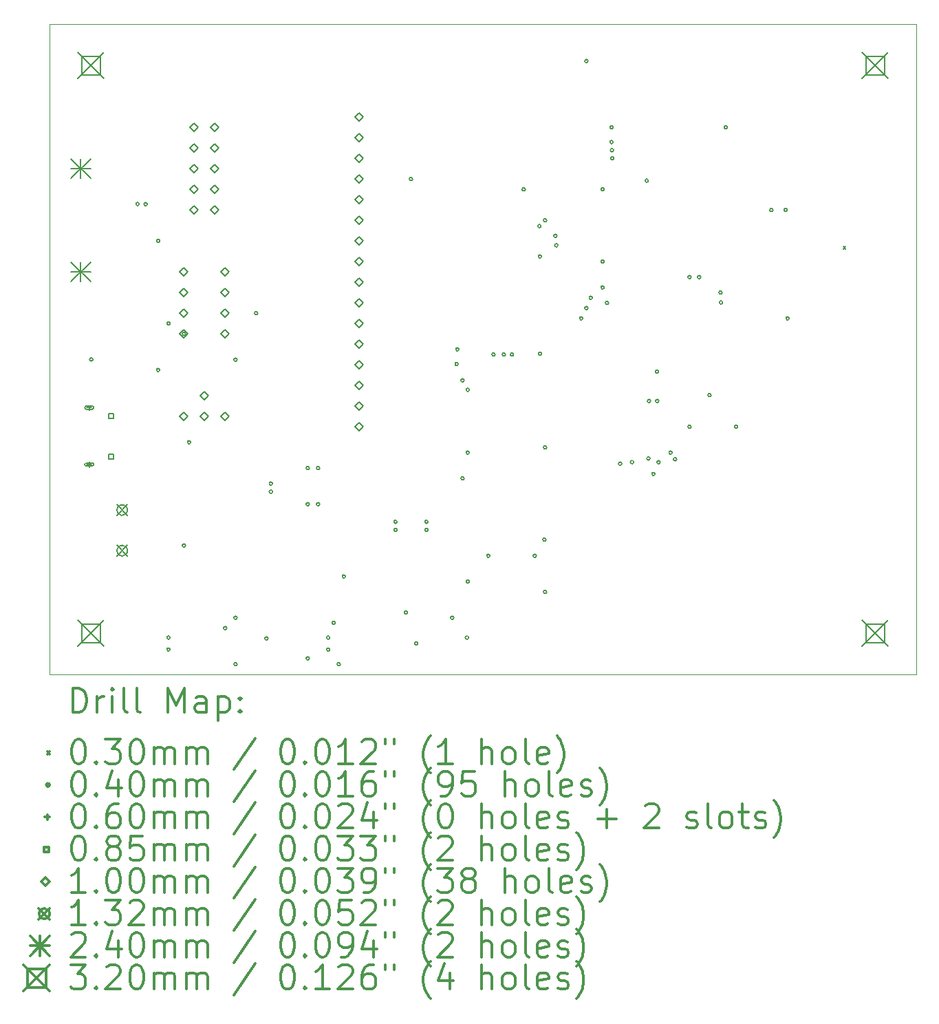
<source format=gbr>
%FSLAX45Y45*%
G04 Gerber Fmt 4.5, Leading zero omitted, Abs format (unit mm)*
G04 Created by KiCad (PCBNEW (5.1.9)-1) date 2022-08-26 12:33:23*
%MOMM*%
%LPD*%
G01*
G04 APERTURE LIST*
%TA.AperFunction,Profile*%
%ADD10C,0.050000*%
%TD*%
%ADD11C,0.200000*%
%ADD12C,0.300000*%
G04 APERTURE END LIST*
D10*
X6985000Y-13970000D02*
X6985000Y-5969000D01*
X17653000Y-13970000D02*
X6985000Y-13970000D01*
X17653000Y-5969000D02*
X17653000Y-13970000D01*
X6985000Y-5969000D02*
X17653000Y-5969000D01*
D11*
X16749000Y-8704000D02*
X16779000Y-8734000D01*
X16779000Y-8704000D02*
X16749000Y-8734000D01*
X7516250Y-10093250D02*
G75*
G03*
X7516250Y-10093250I-20000J0D01*
G01*
X8084500Y-8182500D02*
G75*
G03*
X8084500Y-8182500I-20000J0D01*
G01*
X8184500Y-8182500D02*
G75*
G03*
X8184500Y-8182500I-20000J0D01*
G01*
X8338500Y-8636000D02*
G75*
G03*
X8338500Y-8636000I-20000J0D01*
G01*
X8338500Y-10223500D02*
G75*
G03*
X8338500Y-10223500I-20000J0D01*
G01*
X8465500Y-9652000D02*
G75*
G03*
X8465500Y-9652000I-20000J0D01*
G01*
X8465500Y-13516500D02*
G75*
G03*
X8465500Y-13516500I-20000J0D01*
G01*
X8465500Y-13661500D02*
G75*
G03*
X8465500Y-13661500I-20000J0D01*
G01*
X8656000Y-9779000D02*
G75*
G03*
X8656000Y-9779000I-20000J0D01*
G01*
X8656000Y-12382500D02*
G75*
G03*
X8656000Y-12382500I-20000J0D01*
G01*
X8719500Y-11112500D02*
G75*
G03*
X8719500Y-11112500I-20000J0D01*
G01*
X9164000Y-13398500D02*
G75*
G03*
X9164000Y-13398500I-20000J0D01*
G01*
X9291000Y-10096500D02*
G75*
G03*
X9291000Y-10096500I-20000J0D01*
G01*
X9291000Y-13271500D02*
G75*
G03*
X9291000Y-13271500I-20000J0D01*
G01*
X9291000Y-13843000D02*
G75*
G03*
X9291000Y-13843000I-20000J0D01*
G01*
X9291000Y-13843000D02*
G75*
G03*
X9291000Y-13843000I-20000J0D01*
G01*
X9545000Y-9525000D02*
G75*
G03*
X9545000Y-9525000I-20000J0D01*
G01*
X9672000Y-13525500D02*
G75*
G03*
X9672000Y-13525500I-20000J0D01*
G01*
X9726284Y-11720824D02*
G75*
G03*
X9726284Y-11720824I-20000J0D01*
G01*
X9726500Y-11620500D02*
G75*
G03*
X9726500Y-11620500I-20000J0D01*
G01*
X10180000Y-11430000D02*
G75*
G03*
X10180000Y-11430000I-20000J0D01*
G01*
X10180000Y-11874500D02*
G75*
G03*
X10180000Y-11874500I-20000J0D01*
G01*
X10180000Y-13770500D02*
G75*
G03*
X10180000Y-13770500I-20000J0D01*
G01*
X10307000Y-11430000D02*
G75*
G03*
X10307000Y-11430000I-20000J0D01*
G01*
X10307000Y-11874500D02*
G75*
G03*
X10307000Y-11874500I-20000J0D01*
G01*
X10431000Y-13516500D02*
G75*
G03*
X10431000Y-13516500I-20000J0D01*
G01*
X10431000Y-13661500D02*
G75*
G03*
X10431000Y-13661500I-20000J0D01*
G01*
X10497500Y-13335000D02*
G75*
G03*
X10497500Y-13335000I-20000J0D01*
G01*
X10561000Y-13843000D02*
G75*
G03*
X10561000Y-13843000I-20000J0D01*
G01*
X10624500Y-12763500D02*
G75*
G03*
X10624500Y-12763500I-20000J0D01*
G01*
X11259500Y-12092000D02*
G75*
G03*
X11259500Y-12092000I-20000J0D01*
G01*
X11259500Y-12192000D02*
G75*
G03*
X11259500Y-12192000I-20000J0D01*
G01*
X11386500Y-13208000D02*
G75*
G03*
X11386500Y-13208000I-20000J0D01*
G01*
X11450000Y-7874000D02*
G75*
G03*
X11450000Y-7874000I-20000J0D01*
G01*
X11513500Y-13589000D02*
G75*
G03*
X11513500Y-13589000I-20000J0D01*
G01*
X11640500Y-12092000D02*
G75*
G03*
X11640500Y-12092000I-20000J0D01*
G01*
X11640500Y-12192000D02*
G75*
G03*
X11640500Y-12192000I-20000J0D01*
G01*
X11958000Y-13271500D02*
G75*
G03*
X11958000Y-13271500I-20000J0D01*
G01*
X12011485Y-10149985D02*
G75*
G03*
X12011485Y-10149985I-20000J0D01*
G01*
X12021500Y-9969500D02*
G75*
G03*
X12021500Y-9969500I-20000J0D01*
G01*
X12085000Y-10350500D02*
G75*
G03*
X12085000Y-10350500I-20000J0D01*
G01*
X12085000Y-11557000D02*
G75*
G03*
X12085000Y-11557000I-20000J0D01*
G01*
X12139500Y-13516500D02*
G75*
G03*
X12139500Y-13516500I-20000J0D01*
G01*
X12148500Y-10468500D02*
G75*
G03*
X12148500Y-10468500I-20000J0D01*
G01*
X12148500Y-11239500D02*
G75*
G03*
X12148500Y-11239500I-20000J0D01*
G01*
X12148500Y-12827000D02*
G75*
G03*
X12148500Y-12827000I-20000J0D01*
G01*
X12402500Y-12509500D02*
G75*
G03*
X12402500Y-12509500I-20000J0D01*
G01*
X12466000Y-10033000D02*
G75*
G03*
X12466000Y-10033000I-20000J0D01*
G01*
X12593000Y-10033000D02*
G75*
G03*
X12593000Y-10033000I-20000J0D01*
G01*
X12693000Y-10033000D02*
G75*
G03*
X12693000Y-10033000I-20000J0D01*
G01*
X12838000Y-8001000D02*
G75*
G03*
X12838000Y-8001000I-20000J0D01*
G01*
X12974000Y-12509500D02*
G75*
G03*
X12974000Y-12509500I-20000J0D01*
G01*
X13030289Y-8452711D02*
G75*
G03*
X13030289Y-8452711I-20000J0D01*
G01*
X13037500Y-8826500D02*
G75*
G03*
X13037500Y-8826500I-20000J0D01*
G01*
X13037500Y-10024000D02*
G75*
G03*
X13037500Y-10024000I-20000J0D01*
G01*
X13092000Y-12310000D02*
G75*
G03*
X13092000Y-12310000I-20000J0D01*
G01*
X13101000Y-8382000D02*
G75*
G03*
X13101000Y-8382000I-20000J0D01*
G01*
X13101000Y-11176000D02*
G75*
G03*
X13101000Y-11176000I-20000J0D01*
G01*
X13101000Y-12954000D02*
G75*
G03*
X13101000Y-12954000I-20000J0D01*
G01*
X13228000Y-8572500D02*
G75*
G03*
X13228000Y-8572500I-20000J0D01*
G01*
X13238015Y-8689485D02*
G75*
G03*
X13238015Y-8689485I-20000J0D01*
G01*
X13545500Y-9588500D02*
G75*
G03*
X13545500Y-9588500I-20000J0D01*
G01*
X13609000Y-6422500D02*
G75*
G03*
X13609000Y-6422500I-20000J0D01*
G01*
X13609000Y-9461500D02*
G75*
G03*
X13609000Y-9461500I-20000J0D01*
G01*
X13663500Y-9334500D02*
G75*
G03*
X13663500Y-9334500I-20000J0D01*
G01*
X13808500Y-8001000D02*
G75*
G03*
X13808500Y-8001000I-20000J0D01*
G01*
X13808500Y-8890000D02*
G75*
G03*
X13808500Y-8890000I-20000J0D01*
G01*
X13808500Y-9207500D02*
G75*
G03*
X13808500Y-9207500I-20000J0D01*
G01*
X13863000Y-9398000D02*
G75*
G03*
X13863000Y-9398000I-20000J0D01*
G01*
X13919000Y-7239000D02*
G75*
G03*
X13919000Y-7239000I-20000J0D01*
G01*
X13919000Y-7418961D02*
G75*
G03*
X13919000Y-7418961I-20000J0D01*
G01*
X13924042Y-7518923D02*
G75*
G03*
X13924042Y-7518923I-20000J0D01*
G01*
X13926500Y-7620000D02*
G75*
G03*
X13926500Y-7620000I-20000J0D01*
G01*
X14025250Y-11375500D02*
G75*
G03*
X14025250Y-11375500I-20000J0D01*
G01*
X14171500Y-11357500D02*
G75*
G03*
X14171500Y-11357500I-20000J0D01*
G01*
X14351485Y-7893515D02*
G75*
G03*
X14351485Y-7893515I-20000J0D01*
G01*
X14372753Y-11312000D02*
G75*
G03*
X14372753Y-11312000I-20000J0D01*
G01*
X14380000Y-10604500D02*
G75*
G03*
X14380000Y-10604500I-20000J0D01*
G01*
X14434500Y-11502500D02*
G75*
G03*
X14434500Y-11502500I-20000J0D01*
G01*
X14478485Y-10243015D02*
G75*
G03*
X14478485Y-10243015I-20000J0D01*
G01*
X14480000Y-10604500D02*
G75*
G03*
X14480000Y-10604500I-20000J0D01*
G01*
X14498000Y-11357500D02*
G75*
G03*
X14498000Y-11357500I-20000J0D01*
G01*
X14645500Y-11239500D02*
G75*
G03*
X14645500Y-11239500I-20000J0D01*
G01*
X14701570Y-11322302D02*
G75*
G03*
X14701570Y-11322302I-20000J0D01*
G01*
X14879000Y-9080500D02*
G75*
G03*
X14879000Y-9080500I-20000J0D01*
G01*
X14879000Y-10922000D02*
G75*
G03*
X14879000Y-10922000I-20000J0D01*
G01*
X14997000Y-9080500D02*
G75*
G03*
X14997000Y-9080500I-20000J0D01*
G01*
X15124000Y-10532000D02*
G75*
G03*
X15124000Y-10532000I-20000J0D01*
G01*
X15260000Y-9271000D02*
G75*
G03*
X15260000Y-9271000I-20000J0D01*
G01*
X15266000Y-9392000D02*
G75*
G03*
X15266000Y-9392000I-20000J0D01*
G01*
X15323500Y-7239000D02*
G75*
G03*
X15323500Y-7239000I-20000J0D01*
G01*
X15450500Y-10922000D02*
G75*
G03*
X15450500Y-10922000I-20000J0D01*
G01*
X15886000Y-8255000D02*
G75*
G03*
X15886000Y-8255000I-20000J0D01*
G01*
X16060100Y-8255000D02*
G75*
G03*
X16060100Y-8255000I-20000J0D01*
G01*
X16085500Y-9588500D02*
G75*
G03*
X16085500Y-9588500I-20000J0D01*
G01*
X7470850Y-10656300D02*
X7470850Y-10716300D01*
X7440850Y-10686300D02*
X7500850Y-10686300D01*
X7435850Y-10706300D02*
X7505850Y-10706300D01*
X7435850Y-10666300D02*
X7505850Y-10666300D01*
X7505850Y-10706300D02*
G75*
G03*
X7505850Y-10666300I0J20000D01*
G01*
X7435850Y-10666300D02*
G75*
G03*
X7435850Y-10706300I0J-20000D01*
G01*
X7470850Y-11356300D02*
X7470850Y-11416300D01*
X7440850Y-11386300D02*
X7500850Y-11386300D01*
X7505850Y-11366300D02*
X7435850Y-11366300D01*
X7505850Y-11406300D02*
X7435850Y-11406300D01*
X7435850Y-11366300D02*
G75*
G03*
X7435850Y-11406300I0J-20000D01*
G01*
X7505850Y-11406300D02*
G75*
G03*
X7505850Y-11366300I0J20000D01*
G01*
X7770902Y-10816352D02*
X7770902Y-10756248D01*
X7710798Y-10756248D01*
X7710798Y-10816352D01*
X7770902Y-10816352D01*
X7770902Y-11316352D02*
X7770902Y-11256248D01*
X7710798Y-11256248D01*
X7710798Y-11316352D01*
X7770902Y-11316352D01*
X8636000Y-9067000D02*
X8686000Y-9017000D01*
X8636000Y-8967000D01*
X8586000Y-9017000D01*
X8636000Y-9067000D01*
X8636000Y-9321000D02*
X8686000Y-9271000D01*
X8636000Y-9221000D01*
X8586000Y-9271000D01*
X8636000Y-9321000D01*
X8636000Y-9575000D02*
X8686000Y-9525000D01*
X8636000Y-9475000D01*
X8586000Y-9525000D01*
X8636000Y-9575000D01*
X8636000Y-9829000D02*
X8686000Y-9779000D01*
X8636000Y-9729000D01*
X8586000Y-9779000D01*
X8636000Y-9829000D01*
X8636000Y-10845000D02*
X8686000Y-10795000D01*
X8636000Y-10745000D01*
X8586000Y-10795000D01*
X8636000Y-10845000D01*
X8763000Y-7289000D02*
X8813000Y-7239000D01*
X8763000Y-7189000D01*
X8713000Y-7239000D01*
X8763000Y-7289000D01*
X8763000Y-7543000D02*
X8813000Y-7493000D01*
X8763000Y-7443000D01*
X8713000Y-7493000D01*
X8763000Y-7543000D01*
X8763000Y-7797000D02*
X8813000Y-7747000D01*
X8763000Y-7697000D01*
X8713000Y-7747000D01*
X8763000Y-7797000D01*
X8763000Y-8051000D02*
X8813000Y-8001000D01*
X8763000Y-7951000D01*
X8713000Y-8001000D01*
X8763000Y-8051000D01*
X8763000Y-8305000D02*
X8813000Y-8255000D01*
X8763000Y-8205000D01*
X8713000Y-8255000D01*
X8763000Y-8305000D01*
X8890000Y-10591000D02*
X8940000Y-10541000D01*
X8890000Y-10491000D01*
X8840000Y-10541000D01*
X8890000Y-10591000D01*
X8890000Y-10845000D02*
X8940000Y-10795000D01*
X8890000Y-10745000D01*
X8840000Y-10795000D01*
X8890000Y-10845000D01*
X9017000Y-7289000D02*
X9067000Y-7239000D01*
X9017000Y-7189000D01*
X8967000Y-7239000D01*
X9017000Y-7289000D01*
X9017000Y-7543000D02*
X9067000Y-7493000D01*
X9017000Y-7443000D01*
X8967000Y-7493000D01*
X9017000Y-7543000D01*
X9017000Y-7797000D02*
X9067000Y-7747000D01*
X9017000Y-7697000D01*
X8967000Y-7747000D01*
X9017000Y-7797000D01*
X9017000Y-8051000D02*
X9067000Y-8001000D01*
X9017000Y-7951000D01*
X8967000Y-8001000D01*
X9017000Y-8051000D01*
X9017000Y-8305000D02*
X9067000Y-8255000D01*
X9017000Y-8205000D01*
X8967000Y-8255000D01*
X9017000Y-8305000D01*
X9144000Y-9067000D02*
X9194000Y-9017000D01*
X9144000Y-8967000D01*
X9094000Y-9017000D01*
X9144000Y-9067000D01*
X9144000Y-9321000D02*
X9194000Y-9271000D01*
X9144000Y-9221000D01*
X9094000Y-9271000D01*
X9144000Y-9321000D01*
X9144000Y-9575000D02*
X9194000Y-9525000D01*
X9144000Y-9475000D01*
X9094000Y-9525000D01*
X9144000Y-9575000D01*
X9144000Y-9829000D02*
X9194000Y-9779000D01*
X9144000Y-9729000D01*
X9094000Y-9779000D01*
X9144000Y-9829000D01*
X9144000Y-10845000D02*
X9194000Y-10795000D01*
X9144000Y-10745000D01*
X9094000Y-10795000D01*
X9144000Y-10845000D01*
X10795000Y-7162000D02*
X10845000Y-7112000D01*
X10795000Y-7062000D01*
X10745000Y-7112000D01*
X10795000Y-7162000D01*
X10795000Y-7416000D02*
X10845000Y-7366000D01*
X10795000Y-7316000D01*
X10745000Y-7366000D01*
X10795000Y-7416000D01*
X10795000Y-7670000D02*
X10845000Y-7620000D01*
X10795000Y-7570000D01*
X10745000Y-7620000D01*
X10795000Y-7670000D01*
X10795000Y-7924000D02*
X10845000Y-7874000D01*
X10795000Y-7824000D01*
X10745000Y-7874000D01*
X10795000Y-7924000D01*
X10795000Y-8178000D02*
X10845000Y-8128000D01*
X10795000Y-8078000D01*
X10745000Y-8128000D01*
X10795000Y-8178000D01*
X10795000Y-8432000D02*
X10845000Y-8382000D01*
X10795000Y-8332000D01*
X10745000Y-8382000D01*
X10795000Y-8432000D01*
X10795000Y-8686000D02*
X10845000Y-8636000D01*
X10795000Y-8586000D01*
X10745000Y-8636000D01*
X10795000Y-8686000D01*
X10795000Y-8940000D02*
X10845000Y-8890000D01*
X10795000Y-8840000D01*
X10745000Y-8890000D01*
X10795000Y-8940000D01*
X10795000Y-9194000D02*
X10845000Y-9144000D01*
X10795000Y-9094000D01*
X10745000Y-9144000D01*
X10795000Y-9194000D01*
X10795000Y-9448000D02*
X10845000Y-9398000D01*
X10795000Y-9348000D01*
X10745000Y-9398000D01*
X10795000Y-9448000D01*
X10795000Y-9702000D02*
X10845000Y-9652000D01*
X10795000Y-9602000D01*
X10745000Y-9652000D01*
X10795000Y-9702000D01*
X10795000Y-9956000D02*
X10845000Y-9906000D01*
X10795000Y-9856000D01*
X10745000Y-9906000D01*
X10795000Y-9956000D01*
X10795000Y-10210000D02*
X10845000Y-10160000D01*
X10795000Y-10110000D01*
X10745000Y-10160000D01*
X10795000Y-10210000D01*
X10795000Y-10464000D02*
X10845000Y-10414000D01*
X10795000Y-10364000D01*
X10745000Y-10414000D01*
X10795000Y-10464000D01*
X10795000Y-10718000D02*
X10845000Y-10668000D01*
X10795000Y-10618000D01*
X10745000Y-10668000D01*
X10795000Y-10718000D01*
X10795000Y-10972000D02*
X10845000Y-10922000D01*
X10795000Y-10872000D01*
X10745000Y-10922000D01*
X10795000Y-10972000D01*
X7808000Y-11880000D02*
X7940000Y-12012000D01*
X7940000Y-11880000D02*
X7808000Y-12012000D01*
X7940000Y-11946000D02*
G75*
G03*
X7940000Y-11946000I-66000J0D01*
G01*
X7808000Y-12380000D02*
X7940000Y-12512000D01*
X7940000Y-12380000D02*
X7808000Y-12512000D01*
X7940000Y-12446000D02*
G75*
G03*
X7940000Y-12446000I-66000J0D01*
G01*
X7246000Y-7627000D02*
X7486000Y-7867000D01*
X7486000Y-7627000D02*
X7246000Y-7867000D01*
X7366000Y-7627000D02*
X7366000Y-7867000D01*
X7246000Y-7747000D02*
X7486000Y-7747000D01*
X7246000Y-8897000D02*
X7486000Y-9137000D01*
X7486000Y-8897000D02*
X7246000Y-9137000D01*
X7366000Y-8897000D02*
X7366000Y-9137000D01*
X7246000Y-9017000D02*
X7486000Y-9017000D01*
X7333000Y-6317000D02*
X7653000Y-6637000D01*
X7653000Y-6317000D02*
X7333000Y-6637000D01*
X7606138Y-6590138D02*
X7606138Y-6363862D01*
X7379862Y-6363862D01*
X7379862Y-6590138D01*
X7606138Y-6590138D01*
X7333000Y-13302000D02*
X7653000Y-13622000D01*
X7653000Y-13302000D02*
X7333000Y-13622000D01*
X7606138Y-13575138D02*
X7606138Y-13348862D01*
X7379862Y-13348862D01*
X7379862Y-13575138D01*
X7606138Y-13575138D01*
X16985000Y-6317000D02*
X17305000Y-6637000D01*
X17305000Y-6317000D02*
X16985000Y-6637000D01*
X17258138Y-6590138D02*
X17258138Y-6363862D01*
X17031862Y-6363862D01*
X17031862Y-6590138D01*
X17258138Y-6590138D01*
X16985000Y-13302000D02*
X17305000Y-13622000D01*
X17305000Y-13302000D02*
X16985000Y-13622000D01*
X17258138Y-13575138D02*
X17258138Y-13348862D01*
X17031862Y-13348862D01*
X17031862Y-13575138D01*
X17258138Y-13575138D01*
D12*
X7268928Y-14438214D02*
X7268928Y-14138214D01*
X7340357Y-14138214D01*
X7383214Y-14152500D01*
X7411786Y-14181071D01*
X7426071Y-14209643D01*
X7440357Y-14266786D01*
X7440357Y-14309643D01*
X7426071Y-14366786D01*
X7411786Y-14395357D01*
X7383214Y-14423929D01*
X7340357Y-14438214D01*
X7268928Y-14438214D01*
X7568928Y-14438214D02*
X7568928Y-14238214D01*
X7568928Y-14295357D02*
X7583214Y-14266786D01*
X7597500Y-14252500D01*
X7626071Y-14238214D01*
X7654643Y-14238214D01*
X7754643Y-14438214D02*
X7754643Y-14238214D01*
X7754643Y-14138214D02*
X7740357Y-14152500D01*
X7754643Y-14166786D01*
X7768928Y-14152500D01*
X7754643Y-14138214D01*
X7754643Y-14166786D01*
X7940357Y-14438214D02*
X7911786Y-14423929D01*
X7897500Y-14395357D01*
X7897500Y-14138214D01*
X8097500Y-14438214D02*
X8068928Y-14423929D01*
X8054643Y-14395357D01*
X8054643Y-14138214D01*
X8440357Y-14438214D02*
X8440357Y-14138214D01*
X8540357Y-14352500D01*
X8640357Y-14138214D01*
X8640357Y-14438214D01*
X8911786Y-14438214D02*
X8911786Y-14281071D01*
X8897500Y-14252500D01*
X8868928Y-14238214D01*
X8811786Y-14238214D01*
X8783214Y-14252500D01*
X8911786Y-14423929D02*
X8883214Y-14438214D01*
X8811786Y-14438214D01*
X8783214Y-14423929D01*
X8768928Y-14395357D01*
X8768928Y-14366786D01*
X8783214Y-14338214D01*
X8811786Y-14323929D01*
X8883214Y-14323929D01*
X8911786Y-14309643D01*
X9054643Y-14238214D02*
X9054643Y-14538214D01*
X9054643Y-14252500D02*
X9083214Y-14238214D01*
X9140357Y-14238214D01*
X9168928Y-14252500D01*
X9183214Y-14266786D01*
X9197500Y-14295357D01*
X9197500Y-14381071D01*
X9183214Y-14409643D01*
X9168928Y-14423929D01*
X9140357Y-14438214D01*
X9083214Y-14438214D01*
X9054643Y-14423929D01*
X9326071Y-14409643D02*
X9340357Y-14423929D01*
X9326071Y-14438214D01*
X9311786Y-14423929D01*
X9326071Y-14409643D01*
X9326071Y-14438214D01*
X9326071Y-14252500D02*
X9340357Y-14266786D01*
X9326071Y-14281071D01*
X9311786Y-14266786D01*
X9326071Y-14252500D01*
X9326071Y-14281071D01*
X6952500Y-14917500D02*
X6982500Y-14947500D01*
X6982500Y-14917500D02*
X6952500Y-14947500D01*
X7326071Y-14768214D02*
X7354643Y-14768214D01*
X7383214Y-14782500D01*
X7397500Y-14796786D01*
X7411786Y-14825357D01*
X7426071Y-14882500D01*
X7426071Y-14953929D01*
X7411786Y-15011071D01*
X7397500Y-15039643D01*
X7383214Y-15053929D01*
X7354643Y-15068214D01*
X7326071Y-15068214D01*
X7297500Y-15053929D01*
X7283214Y-15039643D01*
X7268928Y-15011071D01*
X7254643Y-14953929D01*
X7254643Y-14882500D01*
X7268928Y-14825357D01*
X7283214Y-14796786D01*
X7297500Y-14782500D01*
X7326071Y-14768214D01*
X7554643Y-15039643D02*
X7568928Y-15053929D01*
X7554643Y-15068214D01*
X7540357Y-15053929D01*
X7554643Y-15039643D01*
X7554643Y-15068214D01*
X7668928Y-14768214D02*
X7854643Y-14768214D01*
X7754643Y-14882500D01*
X7797500Y-14882500D01*
X7826071Y-14896786D01*
X7840357Y-14911071D01*
X7854643Y-14939643D01*
X7854643Y-15011071D01*
X7840357Y-15039643D01*
X7826071Y-15053929D01*
X7797500Y-15068214D01*
X7711786Y-15068214D01*
X7683214Y-15053929D01*
X7668928Y-15039643D01*
X8040357Y-14768214D02*
X8068928Y-14768214D01*
X8097500Y-14782500D01*
X8111786Y-14796786D01*
X8126071Y-14825357D01*
X8140357Y-14882500D01*
X8140357Y-14953929D01*
X8126071Y-15011071D01*
X8111786Y-15039643D01*
X8097500Y-15053929D01*
X8068928Y-15068214D01*
X8040357Y-15068214D01*
X8011786Y-15053929D01*
X7997500Y-15039643D01*
X7983214Y-15011071D01*
X7968928Y-14953929D01*
X7968928Y-14882500D01*
X7983214Y-14825357D01*
X7997500Y-14796786D01*
X8011786Y-14782500D01*
X8040357Y-14768214D01*
X8268928Y-15068214D02*
X8268928Y-14868214D01*
X8268928Y-14896786D02*
X8283214Y-14882500D01*
X8311786Y-14868214D01*
X8354643Y-14868214D01*
X8383214Y-14882500D01*
X8397500Y-14911071D01*
X8397500Y-15068214D01*
X8397500Y-14911071D02*
X8411786Y-14882500D01*
X8440357Y-14868214D01*
X8483214Y-14868214D01*
X8511786Y-14882500D01*
X8526071Y-14911071D01*
X8526071Y-15068214D01*
X8668928Y-15068214D02*
X8668928Y-14868214D01*
X8668928Y-14896786D02*
X8683214Y-14882500D01*
X8711786Y-14868214D01*
X8754643Y-14868214D01*
X8783214Y-14882500D01*
X8797500Y-14911071D01*
X8797500Y-15068214D01*
X8797500Y-14911071D02*
X8811786Y-14882500D01*
X8840357Y-14868214D01*
X8883214Y-14868214D01*
X8911786Y-14882500D01*
X8926071Y-14911071D01*
X8926071Y-15068214D01*
X9511786Y-14753929D02*
X9254643Y-15139643D01*
X9897500Y-14768214D02*
X9926071Y-14768214D01*
X9954643Y-14782500D01*
X9968928Y-14796786D01*
X9983214Y-14825357D01*
X9997500Y-14882500D01*
X9997500Y-14953929D01*
X9983214Y-15011071D01*
X9968928Y-15039643D01*
X9954643Y-15053929D01*
X9926071Y-15068214D01*
X9897500Y-15068214D01*
X9868928Y-15053929D01*
X9854643Y-15039643D01*
X9840357Y-15011071D01*
X9826071Y-14953929D01*
X9826071Y-14882500D01*
X9840357Y-14825357D01*
X9854643Y-14796786D01*
X9868928Y-14782500D01*
X9897500Y-14768214D01*
X10126071Y-15039643D02*
X10140357Y-15053929D01*
X10126071Y-15068214D01*
X10111786Y-15053929D01*
X10126071Y-15039643D01*
X10126071Y-15068214D01*
X10326071Y-14768214D02*
X10354643Y-14768214D01*
X10383214Y-14782500D01*
X10397500Y-14796786D01*
X10411786Y-14825357D01*
X10426071Y-14882500D01*
X10426071Y-14953929D01*
X10411786Y-15011071D01*
X10397500Y-15039643D01*
X10383214Y-15053929D01*
X10354643Y-15068214D01*
X10326071Y-15068214D01*
X10297500Y-15053929D01*
X10283214Y-15039643D01*
X10268928Y-15011071D01*
X10254643Y-14953929D01*
X10254643Y-14882500D01*
X10268928Y-14825357D01*
X10283214Y-14796786D01*
X10297500Y-14782500D01*
X10326071Y-14768214D01*
X10711786Y-15068214D02*
X10540357Y-15068214D01*
X10626071Y-15068214D02*
X10626071Y-14768214D01*
X10597500Y-14811071D01*
X10568928Y-14839643D01*
X10540357Y-14853929D01*
X10826071Y-14796786D02*
X10840357Y-14782500D01*
X10868928Y-14768214D01*
X10940357Y-14768214D01*
X10968928Y-14782500D01*
X10983214Y-14796786D01*
X10997500Y-14825357D01*
X10997500Y-14853929D01*
X10983214Y-14896786D01*
X10811786Y-15068214D01*
X10997500Y-15068214D01*
X11111786Y-14768214D02*
X11111786Y-14825357D01*
X11226071Y-14768214D02*
X11226071Y-14825357D01*
X11668928Y-15182500D02*
X11654643Y-15168214D01*
X11626071Y-15125357D01*
X11611786Y-15096786D01*
X11597500Y-15053929D01*
X11583214Y-14982500D01*
X11583214Y-14925357D01*
X11597500Y-14853929D01*
X11611786Y-14811071D01*
X11626071Y-14782500D01*
X11654643Y-14739643D01*
X11668928Y-14725357D01*
X11940357Y-15068214D02*
X11768928Y-15068214D01*
X11854643Y-15068214D02*
X11854643Y-14768214D01*
X11826071Y-14811071D01*
X11797500Y-14839643D01*
X11768928Y-14853929D01*
X12297500Y-15068214D02*
X12297500Y-14768214D01*
X12426071Y-15068214D02*
X12426071Y-14911071D01*
X12411786Y-14882500D01*
X12383214Y-14868214D01*
X12340357Y-14868214D01*
X12311786Y-14882500D01*
X12297500Y-14896786D01*
X12611786Y-15068214D02*
X12583214Y-15053929D01*
X12568928Y-15039643D01*
X12554643Y-15011071D01*
X12554643Y-14925357D01*
X12568928Y-14896786D01*
X12583214Y-14882500D01*
X12611786Y-14868214D01*
X12654643Y-14868214D01*
X12683214Y-14882500D01*
X12697500Y-14896786D01*
X12711786Y-14925357D01*
X12711786Y-15011071D01*
X12697500Y-15039643D01*
X12683214Y-15053929D01*
X12654643Y-15068214D01*
X12611786Y-15068214D01*
X12883214Y-15068214D02*
X12854643Y-15053929D01*
X12840357Y-15025357D01*
X12840357Y-14768214D01*
X13111786Y-15053929D02*
X13083214Y-15068214D01*
X13026071Y-15068214D01*
X12997500Y-15053929D01*
X12983214Y-15025357D01*
X12983214Y-14911071D01*
X12997500Y-14882500D01*
X13026071Y-14868214D01*
X13083214Y-14868214D01*
X13111786Y-14882500D01*
X13126071Y-14911071D01*
X13126071Y-14939643D01*
X12983214Y-14968214D01*
X13226071Y-15182500D02*
X13240357Y-15168214D01*
X13268928Y-15125357D01*
X13283214Y-15096786D01*
X13297500Y-15053929D01*
X13311786Y-14982500D01*
X13311786Y-14925357D01*
X13297500Y-14853929D01*
X13283214Y-14811071D01*
X13268928Y-14782500D01*
X13240357Y-14739643D01*
X13226071Y-14725357D01*
X6982500Y-15328500D02*
G75*
G03*
X6982500Y-15328500I-20000J0D01*
G01*
X7326071Y-15164214D02*
X7354643Y-15164214D01*
X7383214Y-15178500D01*
X7397500Y-15192786D01*
X7411786Y-15221357D01*
X7426071Y-15278500D01*
X7426071Y-15349929D01*
X7411786Y-15407071D01*
X7397500Y-15435643D01*
X7383214Y-15449929D01*
X7354643Y-15464214D01*
X7326071Y-15464214D01*
X7297500Y-15449929D01*
X7283214Y-15435643D01*
X7268928Y-15407071D01*
X7254643Y-15349929D01*
X7254643Y-15278500D01*
X7268928Y-15221357D01*
X7283214Y-15192786D01*
X7297500Y-15178500D01*
X7326071Y-15164214D01*
X7554643Y-15435643D02*
X7568928Y-15449929D01*
X7554643Y-15464214D01*
X7540357Y-15449929D01*
X7554643Y-15435643D01*
X7554643Y-15464214D01*
X7826071Y-15264214D02*
X7826071Y-15464214D01*
X7754643Y-15149929D02*
X7683214Y-15364214D01*
X7868928Y-15364214D01*
X8040357Y-15164214D02*
X8068928Y-15164214D01*
X8097500Y-15178500D01*
X8111786Y-15192786D01*
X8126071Y-15221357D01*
X8140357Y-15278500D01*
X8140357Y-15349929D01*
X8126071Y-15407071D01*
X8111786Y-15435643D01*
X8097500Y-15449929D01*
X8068928Y-15464214D01*
X8040357Y-15464214D01*
X8011786Y-15449929D01*
X7997500Y-15435643D01*
X7983214Y-15407071D01*
X7968928Y-15349929D01*
X7968928Y-15278500D01*
X7983214Y-15221357D01*
X7997500Y-15192786D01*
X8011786Y-15178500D01*
X8040357Y-15164214D01*
X8268928Y-15464214D02*
X8268928Y-15264214D01*
X8268928Y-15292786D02*
X8283214Y-15278500D01*
X8311786Y-15264214D01*
X8354643Y-15264214D01*
X8383214Y-15278500D01*
X8397500Y-15307071D01*
X8397500Y-15464214D01*
X8397500Y-15307071D02*
X8411786Y-15278500D01*
X8440357Y-15264214D01*
X8483214Y-15264214D01*
X8511786Y-15278500D01*
X8526071Y-15307071D01*
X8526071Y-15464214D01*
X8668928Y-15464214D02*
X8668928Y-15264214D01*
X8668928Y-15292786D02*
X8683214Y-15278500D01*
X8711786Y-15264214D01*
X8754643Y-15264214D01*
X8783214Y-15278500D01*
X8797500Y-15307071D01*
X8797500Y-15464214D01*
X8797500Y-15307071D02*
X8811786Y-15278500D01*
X8840357Y-15264214D01*
X8883214Y-15264214D01*
X8911786Y-15278500D01*
X8926071Y-15307071D01*
X8926071Y-15464214D01*
X9511786Y-15149929D02*
X9254643Y-15535643D01*
X9897500Y-15164214D02*
X9926071Y-15164214D01*
X9954643Y-15178500D01*
X9968928Y-15192786D01*
X9983214Y-15221357D01*
X9997500Y-15278500D01*
X9997500Y-15349929D01*
X9983214Y-15407071D01*
X9968928Y-15435643D01*
X9954643Y-15449929D01*
X9926071Y-15464214D01*
X9897500Y-15464214D01*
X9868928Y-15449929D01*
X9854643Y-15435643D01*
X9840357Y-15407071D01*
X9826071Y-15349929D01*
X9826071Y-15278500D01*
X9840357Y-15221357D01*
X9854643Y-15192786D01*
X9868928Y-15178500D01*
X9897500Y-15164214D01*
X10126071Y-15435643D02*
X10140357Y-15449929D01*
X10126071Y-15464214D01*
X10111786Y-15449929D01*
X10126071Y-15435643D01*
X10126071Y-15464214D01*
X10326071Y-15164214D02*
X10354643Y-15164214D01*
X10383214Y-15178500D01*
X10397500Y-15192786D01*
X10411786Y-15221357D01*
X10426071Y-15278500D01*
X10426071Y-15349929D01*
X10411786Y-15407071D01*
X10397500Y-15435643D01*
X10383214Y-15449929D01*
X10354643Y-15464214D01*
X10326071Y-15464214D01*
X10297500Y-15449929D01*
X10283214Y-15435643D01*
X10268928Y-15407071D01*
X10254643Y-15349929D01*
X10254643Y-15278500D01*
X10268928Y-15221357D01*
X10283214Y-15192786D01*
X10297500Y-15178500D01*
X10326071Y-15164214D01*
X10711786Y-15464214D02*
X10540357Y-15464214D01*
X10626071Y-15464214D02*
X10626071Y-15164214D01*
X10597500Y-15207071D01*
X10568928Y-15235643D01*
X10540357Y-15249929D01*
X10968928Y-15164214D02*
X10911786Y-15164214D01*
X10883214Y-15178500D01*
X10868928Y-15192786D01*
X10840357Y-15235643D01*
X10826071Y-15292786D01*
X10826071Y-15407071D01*
X10840357Y-15435643D01*
X10854643Y-15449929D01*
X10883214Y-15464214D01*
X10940357Y-15464214D01*
X10968928Y-15449929D01*
X10983214Y-15435643D01*
X10997500Y-15407071D01*
X10997500Y-15335643D01*
X10983214Y-15307071D01*
X10968928Y-15292786D01*
X10940357Y-15278500D01*
X10883214Y-15278500D01*
X10854643Y-15292786D01*
X10840357Y-15307071D01*
X10826071Y-15335643D01*
X11111786Y-15164214D02*
X11111786Y-15221357D01*
X11226071Y-15164214D02*
X11226071Y-15221357D01*
X11668928Y-15578500D02*
X11654643Y-15564214D01*
X11626071Y-15521357D01*
X11611786Y-15492786D01*
X11597500Y-15449929D01*
X11583214Y-15378500D01*
X11583214Y-15321357D01*
X11597500Y-15249929D01*
X11611786Y-15207071D01*
X11626071Y-15178500D01*
X11654643Y-15135643D01*
X11668928Y-15121357D01*
X11797500Y-15464214D02*
X11854643Y-15464214D01*
X11883214Y-15449929D01*
X11897500Y-15435643D01*
X11926071Y-15392786D01*
X11940357Y-15335643D01*
X11940357Y-15221357D01*
X11926071Y-15192786D01*
X11911786Y-15178500D01*
X11883214Y-15164214D01*
X11826071Y-15164214D01*
X11797500Y-15178500D01*
X11783214Y-15192786D01*
X11768928Y-15221357D01*
X11768928Y-15292786D01*
X11783214Y-15321357D01*
X11797500Y-15335643D01*
X11826071Y-15349929D01*
X11883214Y-15349929D01*
X11911786Y-15335643D01*
X11926071Y-15321357D01*
X11940357Y-15292786D01*
X12211786Y-15164214D02*
X12068928Y-15164214D01*
X12054643Y-15307071D01*
X12068928Y-15292786D01*
X12097500Y-15278500D01*
X12168928Y-15278500D01*
X12197500Y-15292786D01*
X12211786Y-15307071D01*
X12226071Y-15335643D01*
X12226071Y-15407071D01*
X12211786Y-15435643D01*
X12197500Y-15449929D01*
X12168928Y-15464214D01*
X12097500Y-15464214D01*
X12068928Y-15449929D01*
X12054643Y-15435643D01*
X12583214Y-15464214D02*
X12583214Y-15164214D01*
X12711786Y-15464214D02*
X12711786Y-15307071D01*
X12697500Y-15278500D01*
X12668928Y-15264214D01*
X12626071Y-15264214D01*
X12597500Y-15278500D01*
X12583214Y-15292786D01*
X12897500Y-15464214D02*
X12868928Y-15449929D01*
X12854643Y-15435643D01*
X12840357Y-15407071D01*
X12840357Y-15321357D01*
X12854643Y-15292786D01*
X12868928Y-15278500D01*
X12897500Y-15264214D01*
X12940357Y-15264214D01*
X12968928Y-15278500D01*
X12983214Y-15292786D01*
X12997500Y-15321357D01*
X12997500Y-15407071D01*
X12983214Y-15435643D01*
X12968928Y-15449929D01*
X12940357Y-15464214D01*
X12897500Y-15464214D01*
X13168928Y-15464214D02*
X13140357Y-15449929D01*
X13126071Y-15421357D01*
X13126071Y-15164214D01*
X13397500Y-15449929D02*
X13368928Y-15464214D01*
X13311786Y-15464214D01*
X13283214Y-15449929D01*
X13268928Y-15421357D01*
X13268928Y-15307071D01*
X13283214Y-15278500D01*
X13311786Y-15264214D01*
X13368928Y-15264214D01*
X13397500Y-15278500D01*
X13411786Y-15307071D01*
X13411786Y-15335643D01*
X13268928Y-15364214D01*
X13526071Y-15449929D02*
X13554643Y-15464214D01*
X13611786Y-15464214D01*
X13640357Y-15449929D01*
X13654643Y-15421357D01*
X13654643Y-15407071D01*
X13640357Y-15378500D01*
X13611786Y-15364214D01*
X13568928Y-15364214D01*
X13540357Y-15349929D01*
X13526071Y-15321357D01*
X13526071Y-15307071D01*
X13540357Y-15278500D01*
X13568928Y-15264214D01*
X13611786Y-15264214D01*
X13640357Y-15278500D01*
X13754643Y-15578500D02*
X13768928Y-15564214D01*
X13797500Y-15521357D01*
X13811786Y-15492786D01*
X13826071Y-15449929D01*
X13840357Y-15378500D01*
X13840357Y-15321357D01*
X13826071Y-15249929D01*
X13811786Y-15207071D01*
X13797500Y-15178500D01*
X13768928Y-15135643D01*
X13754643Y-15121357D01*
X6952500Y-15694500D02*
X6952500Y-15754500D01*
X6922500Y-15724500D02*
X6982500Y-15724500D01*
X7326071Y-15560214D02*
X7354643Y-15560214D01*
X7383214Y-15574500D01*
X7397500Y-15588786D01*
X7411786Y-15617357D01*
X7426071Y-15674500D01*
X7426071Y-15745929D01*
X7411786Y-15803071D01*
X7397500Y-15831643D01*
X7383214Y-15845929D01*
X7354643Y-15860214D01*
X7326071Y-15860214D01*
X7297500Y-15845929D01*
X7283214Y-15831643D01*
X7268928Y-15803071D01*
X7254643Y-15745929D01*
X7254643Y-15674500D01*
X7268928Y-15617357D01*
X7283214Y-15588786D01*
X7297500Y-15574500D01*
X7326071Y-15560214D01*
X7554643Y-15831643D02*
X7568928Y-15845929D01*
X7554643Y-15860214D01*
X7540357Y-15845929D01*
X7554643Y-15831643D01*
X7554643Y-15860214D01*
X7826071Y-15560214D02*
X7768928Y-15560214D01*
X7740357Y-15574500D01*
X7726071Y-15588786D01*
X7697500Y-15631643D01*
X7683214Y-15688786D01*
X7683214Y-15803071D01*
X7697500Y-15831643D01*
X7711786Y-15845929D01*
X7740357Y-15860214D01*
X7797500Y-15860214D01*
X7826071Y-15845929D01*
X7840357Y-15831643D01*
X7854643Y-15803071D01*
X7854643Y-15731643D01*
X7840357Y-15703071D01*
X7826071Y-15688786D01*
X7797500Y-15674500D01*
X7740357Y-15674500D01*
X7711786Y-15688786D01*
X7697500Y-15703071D01*
X7683214Y-15731643D01*
X8040357Y-15560214D02*
X8068928Y-15560214D01*
X8097500Y-15574500D01*
X8111786Y-15588786D01*
X8126071Y-15617357D01*
X8140357Y-15674500D01*
X8140357Y-15745929D01*
X8126071Y-15803071D01*
X8111786Y-15831643D01*
X8097500Y-15845929D01*
X8068928Y-15860214D01*
X8040357Y-15860214D01*
X8011786Y-15845929D01*
X7997500Y-15831643D01*
X7983214Y-15803071D01*
X7968928Y-15745929D01*
X7968928Y-15674500D01*
X7983214Y-15617357D01*
X7997500Y-15588786D01*
X8011786Y-15574500D01*
X8040357Y-15560214D01*
X8268928Y-15860214D02*
X8268928Y-15660214D01*
X8268928Y-15688786D02*
X8283214Y-15674500D01*
X8311786Y-15660214D01*
X8354643Y-15660214D01*
X8383214Y-15674500D01*
X8397500Y-15703071D01*
X8397500Y-15860214D01*
X8397500Y-15703071D02*
X8411786Y-15674500D01*
X8440357Y-15660214D01*
X8483214Y-15660214D01*
X8511786Y-15674500D01*
X8526071Y-15703071D01*
X8526071Y-15860214D01*
X8668928Y-15860214D02*
X8668928Y-15660214D01*
X8668928Y-15688786D02*
X8683214Y-15674500D01*
X8711786Y-15660214D01*
X8754643Y-15660214D01*
X8783214Y-15674500D01*
X8797500Y-15703071D01*
X8797500Y-15860214D01*
X8797500Y-15703071D02*
X8811786Y-15674500D01*
X8840357Y-15660214D01*
X8883214Y-15660214D01*
X8911786Y-15674500D01*
X8926071Y-15703071D01*
X8926071Y-15860214D01*
X9511786Y-15545929D02*
X9254643Y-15931643D01*
X9897500Y-15560214D02*
X9926071Y-15560214D01*
X9954643Y-15574500D01*
X9968928Y-15588786D01*
X9983214Y-15617357D01*
X9997500Y-15674500D01*
X9997500Y-15745929D01*
X9983214Y-15803071D01*
X9968928Y-15831643D01*
X9954643Y-15845929D01*
X9926071Y-15860214D01*
X9897500Y-15860214D01*
X9868928Y-15845929D01*
X9854643Y-15831643D01*
X9840357Y-15803071D01*
X9826071Y-15745929D01*
X9826071Y-15674500D01*
X9840357Y-15617357D01*
X9854643Y-15588786D01*
X9868928Y-15574500D01*
X9897500Y-15560214D01*
X10126071Y-15831643D02*
X10140357Y-15845929D01*
X10126071Y-15860214D01*
X10111786Y-15845929D01*
X10126071Y-15831643D01*
X10126071Y-15860214D01*
X10326071Y-15560214D02*
X10354643Y-15560214D01*
X10383214Y-15574500D01*
X10397500Y-15588786D01*
X10411786Y-15617357D01*
X10426071Y-15674500D01*
X10426071Y-15745929D01*
X10411786Y-15803071D01*
X10397500Y-15831643D01*
X10383214Y-15845929D01*
X10354643Y-15860214D01*
X10326071Y-15860214D01*
X10297500Y-15845929D01*
X10283214Y-15831643D01*
X10268928Y-15803071D01*
X10254643Y-15745929D01*
X10254643Y-15674500D01*
X10268928Y-15617357D01*
X10283214Y-15588786D01*
X10297500Y-15574500D01*
X10326071Y-15560214D01*
X10540357Y-15588786D02*
X10554643Y-15574500D01*
X10583214Y-15560214D01*
X10654643Y-15560214D01*
X10683214Y-15574500D01*
X10697500Y-15588786D01*
X10711786Y-15617357D01*
X10711786Y-15645929D01*
X10697500Y-15688786D01*
X10526071Y-15860214D01*
X10711786Y-15860214D01*
X10968928Y-15660214D02*
X10968928Y-15860214D01*
X10897500Y-15545929D02*
X10826071Y-15760214D01*
X11011786Y-15760214D01*
X11111786Y-15560214D02*
X11111786Y-15617357D01*
X11226071Y-15560214D02*
X11226071Y-15617357D01*
X11668928Y-15974500D02*
X11654643Y-15960214D01*
X11626071Y-15917357D01*
X11611786Y-15888786D01*
X11597500Y-15845929D01*
X11583214Y-15774500D01*
X11583214Y-15717357D01*
X11597500Y-15645929D01*
X11611786Y-15603071D01*
X11626071Y-15574500D01*
X11654643Y-15531643D01*
X11668928Y-15517357D01*
X11840357Y-15560214D02*
X11868928Y-15560214D01*
X11897500Y-15574500D01*
X11911786Y-15588786D01*
X11926071Y-15617357D01*
X11940357Y-15674500D01*
X11940357Y-15745929D01*
X11926071Y-15803071D01*
X11911786Y-15831643D01*
X11897500Y-15845929D01*
X11868928Y-15860214D01*
X11840357Y-15860214D01*
X11811786Y-15845929D01*
X11797500Y-15831643D01*
X11783214Y-15803071D01*
X11768928Y-15745929D01*
X11768928Y-15674500D01*
X11783214Y-15617357D01*
X11797500Y-15588786D01*
X11811786Y-15574500D01*
X11840357Y-15560214D01*
X12297500Y-15860214D02*
X12297500Y-15560214D01*
X12426071Y-15860214D02*
X12426071Y-15703071D01*
X12411786Y-15674500D01*
X12383214Y-15660214D01*
X12340357Y-15660214D01*
X12311786Y-15674500D01*
X12297500Y-15688786D01*
X12611786Y-15860214D02*
X12583214Y-15845929D01*
X12568928Y-15831643D01*
X12554643Y-15803071D01*
X12554643Y-15717357D01*
X12568928Y-15688786D01*
X12583214Y-15674500D01*
X12611786Y-15660214D01*
X12654643Y-15660214D01*
X12683214Y-15674500D01*
X12697500Y-15688786D01*
X12711786Y-15717357D01*
X12711786Y-15803071D01*
X12697500Y-15831643D01*
X12683214Y-15845929D01*
X12654643Y-15860214D01*
X12611786Y-15860214D01*
X12883214Y-15860214D02*
X12854643Y-15845929D01*
X12840357Y-15817357D01*
X12840357Y-15560214D01*
X13111786Y-15845929D02*
X13083214Y-15860214D01*
X13026071Y-15860214D01*
X12997500Y-15845929D01*
X12983214Y-15817357D01*
X12983214Y-15703071D01*
X12997500Y-15674500D01*
X13026071Y-15660214D01*
X13083214Y-15660214D01*
X13111786Y-15674500D01*
X13126071Y-15703071D01*
X13126071Y-15731643D01*
X12983214Y-15760214D01*
X13240357Y-15845929D02*
X13268928Y-15860214D01*
X13326071Y-15860214D01*
X13354643Y-15845929D01*
X13368928Y-15817357D01*
X13368928Y-15803071D01*
X13354643Y-15774500D01*
X13326071Y-15760214D01*
X13283214Y-15760214D01*
X13254643Y-15745929D01*
X13240357Y-15717357D01*
X13240357Y-15703071D01*
X13254643Y-15674500D01*
X13283214Y-15660214D01*
X13326071Y-15660214D01*
X13354643Y-15674500D01*
X13726071Y-15745929D02*
X13954643Y-15745929D01*
X13840357Y-15860214D02*
X13840357Y-15631643D01*
X14311786Y-15588786D02*
X14326071Y-15574500D01*
X14354643Y-15560214D01*
X14426071Y-15560214D01*
X14454643Y-15574500D01*
X14468928Y-15588786D01*
X14483214Y-15617357D01*
X14483214Y-15645929D01*
X14468928Y-15688786D01*
X14297500Y-15860214D01*
X14483214Y-15860214D01*
X14826071Y-15845929D02*
X14854643Y-15860214D01*
X14911786Y-15860214D01*
X14940357Y-15845929D01*
X14954643Y-15817357D01*
X14954643Y-15803071D01*
X14940357Y-15774500D01*
X14911786Y-15760214D01*
X14868928Y-15760214D01*
X14840357Y-15745929D01*
X14826071Y-15717357D01*
X14826071Y-15703071D01*
X14840357Y-15674500D01*
X14868928Y-15660214D01*
X14911786Y-15660214D01*
X14940357Y-15674500D01*
X15126071Y-15860214D02*
X15097500Y-15845929D01*
X15083214Y-15817357D01*
X15083214Y-15560214D01*
X15283214Y-15860214D02*
X15254643Y-15845929D01*
X15240357Y-15831643D01*
X15226071Y-15803071D01*
X15226071Y-15717357D01*
X15240357Y-15688786D01*
X15254643Y-15674500D01*
X15283214Y-15660214D01*
X15326071Y-15660214D01*
X15354643Y-15674500D01*
X15368928Y-15688786D01*
X15383214Y-15717357D01*
X15383214Y-15803071D01*
X15368928Y-15831643D01*
X15354643Y-15845929D01*
X15326071Y-15860214D01*
X15283214Y-15860214D01*
X15468928Y-15660214D02*
X15583214Y-15660214D01*
X15511786Y-15560214D02*
X15511786Y-15817357D01*
X15526071Y-15845929D01*
X15554643Y-15860214D01*
X15583214Y-15860214D01*
X15668928Y-15845929D02*
X15697500Y-15860214D01*
X15754643Y-15860214D01*
X15783214Y-15845929D01*
X15797500Y-15817357D01*
X15797500Y-15803071D01*
X15783214Y-15774500D01*
X15754643Y-15760214D01*
X15711786Y-15760214D01*
X15683214Y-15745929D01*
X15668928Y-15717357D01*
X15668928Y-15703071D01*
X15683214Y-15674500D01*
X15711786Y-15660214D01*
X15754643Y-15660214D01*
X15783214Y-15674500D01*
X15897500Y-15974500D02*
X15911786Y-15960214D01*
X15940357Y-15917357D01*
X15954643Y-15888786D01*
X15968928Y-15845929D01*
X15983214Y-15774500D01*
X15983214Y-15717357D01*
X15968928Y-15645929D01*
X15954643Y-15603071D01*
X15940357Y-15574500D01*
X15911786Y-15531643D01*
X15897500Y-15517357D01*
X6970052Y-16150552D02*
X6970052Y-16090448D01*
X6909948Y-16090448D01*
X6909948Y-16150552D01*
X6970052Y-16150552D01*
X7326071Y-15956214D02*
X7354643Y-15956214D01*
X7383214Y-15970500D01*
X7397500Y-15984786D01*
X7411786Y-16013357D01*
X7426071Y-16070500D01*
X7426071Y-16141929D01*
X7411786Y-16199071D01*
X7397500Y-16227643D01*
X7383214Y-16241929D01*
X7354643Y-16256214D01*
X7326071Y-16256214D01*
X7297500Y-16241929D01*
X7283214Y-16227643D01*
X7268928Y-16199071D01*
X7254643Y-16141929D01*
X7254643Y-16070500D01*
X7268928Y-16013357D01*
X7283214Y-15984786D01*
X7297500Y-15970500D01*
X7326071Y-15956214D01*
X7554643Y-16227643D02*
X7568928Y-16241929D01*
X7554643Y-16256214D01*
X7540357Y-16241929D01*
X7554643Y-16227643D01*
X7554643Y-16256214D01*
X7740357Y-16084786D02*
X7711786Y-16070500D01*
X7697500Y-16056214D01*
X7683214Y-16027643D01*
X7683214Y-16013357D01*
X7697500Y-15984786D01*
X7711786Y-15970500D01*
X7740357Y-15956214D01*
X7797500Y-15956214D01*
X7826071Y-15970500D01*
X7840357Y-15984786D01*
X7854643Y-16013357D01*
X7854643Y-16027643D01*
X7840357Y-16056214D01*
X7826071Y-16070500D01*
X7797500Y-16084786D01*
X7740357Y-16084786D01*
X7711786Y-16099071D01*
X7697500Y-16113357D01*
X7683214Y-16141929D01*
X7683214Y-16199071D01*
X7697500Y-16227643D01*
X7711786Y-16241929D01*
X7740357Y-16256214D01*
X7797500Y-16256214D01*
X7826071Y-16241929D01*
X7840357Y-16227643D01*
X7854643Y-16199071D01*
X7854643Y-16141929D01*
X7840357Y-16113357D01*
X7826071Y-16099071D01*
X7797500Y-16084786D01*
X8126071Y-15956214D02*
X7983214Y-15956214D01*
X7968928Y-16099071D01*
X7983214Y-16084786D01*
X8011786Y-16070500D01*
X8083214Y-16070500D01*
X8111786Y-16084786D01*
X8126071Y-16099071D01*
X8140357Y-16127643D01*
X8140357Y-16199071D01*
X8126071Y-16227643D01*
X8111786Y-16241929D01*
X8083214Y-16256214D01*
X8011786Y-16256214D01*
X7983214Y-16241929D01*
X7968928Y-16227643D01*
X8268928Y-16256214D02*
X8268928Y-16056214D01*
X8268928Y-16084786D02*
X8283214Y-16070500D01*
X8311786Y-16056214D01*
X8354643Y-16056214D01*
X8383214Y-16070500D01*
X8397500Y-16099071D01*
X8397500Y-16256214D01*
X8397500Y-16099071D02*
X8411786Y-16070500D01*
X8440357Y-16056214D01*
X8483214Y-16056214D01*
X8511786Y-16070500D01*
X8526071Y-16099071D01*
X8526071Y-16256214D01*
X8668928Y-16256214D02*
X8668928Y-16056214D01*
X8668928Y-16084786D02*
X8683214Y-16070500D01*
X8711786Y-16056214D01*
X8754643Y-16056214D01*
X8783214Y-16070500D01*
X8797500Y-16099071D01*
X8797500Y-16256214D01*
X8797500Y-16099071D02*
X8811786Y-16070500D01*
X8840357Y-16056214D01*
X8883214Y-16056214D01*
X8911786Y-16070500D01*
X8926071Y-16099071D01*
X8926071Y-16256214D01*
X9511786Y-15941929D02*
X9254643Y-16327643D01*
X9897500Y-15956214D02*
X9926071Y-15956214D01*
X9954643Y-15970500D01*
X9968928Y-15984786D01*
X9983214Y-16013357D01*
X9997500Y-16070500D01*
X9997500Y-16141929D01*
X9983214Y-16199071D01*
X9968928Y-16227643D01*
X9954643Y-16241929D01*
X9926071Y-16256214D01*
X9897500Y-16256214D01*
X9868928Y-16241929D01*
X9854643Y-16227643D01*
X9840357Y-16199071D01*
X9826071Y-16141929D01*
X9826071Y-16070500D01*
X9840357Y-16013357D01*
X9854643Y-15984786D01*
X9868928Y-15970500D01*
X9897500Y-15956214D01*
X10126071Y-16227643D02*
X10140357Y-16241929D01*
X10126071Y-16256214D01*
X10111786Y-16241929D01*
X10126071Y-16227643D01*
X10126071Y-16256214D01*
X10326071Y-15956214D02*
X10354643Y-15956214D01*
X10383214Y-15970500D01*
X10397500Y-15984786D01*
X10411786Y-16013357D01*
X10426071Y-16070500D01*
X10426071Y-16141929D01*
X10411786Y-16199071D01*
X10397500Y-16227643D01*
X10383214Y-16241929D01*
X10354643Y-16256214D01*
X10326071Y-16256214D01*
X10297500Y-16241929D01*
X10283214Y-16227643D01*
X10268928Y-16199071D01*
X10254643Y-16141929D01*
X10254643Y-16070500D01*
X10268928Y-16013357D01*
X10283214Y-15984786D01*
X10297500Y-15970500D01*
X10326071Y-15956214D01*
X10526071Y-15956214D02*
X10711786Y-15956214D01*
X10611786Y-16070500D01*
X10654643Y-16070500D01*
X10683214Y-16084786D01*
X10697500Y-16099071D01*
X10711786Y-16127643D01*
X10711786Y-16199071D01*
X10697500Y-16227643D01*
X10683214Y-16241929D01*
X10654643Y-16256214D01*
X10568928Y-16256214D01*
X10540357Y-16241929D01*
X10526071Y-16227643D01*
X10811786Y-15956214D02*
X10997500Y-15956214D01*
X10897500Y-16070500D01*
X10940357Y-16070500D01*
X10968928Y-16084786D01*
X10983214Y-16099071D01*
X10997500Y-16127643D01*
X10997500Y-16199071D01*
X10983214Y-16227643D01*
X10968928Y-16241929D01*
X10940357Y-16256214D01*
X10854643Y-16256214D01*
X10826071Y-16241929D01*
X10811786Y-16227643D01*
X11111786Y-15956214D02*
X11111786Y-16013357D01*
X11226071Y-15956214D02*
X11226071Y-16013357D01*
X11668928Y-16370500D02*
X11654643Y-16356214D01*
X11626071Y-16313357D01*
X11611786Y-16284786D01*
X11597500Y-16241929D01*
X11583214Y-16170500D01*
X11583214Y-16113357D01*
X11597500Y-16041929D01*
X11611786Y-15999071D01*
X11626071Y-15970500D01*
X11654643Y-15927643D01*
X11668928Y-15913357D01*
X11768928Y-15984786D02*
X11783214Y-15970500D01*
X11811786Y-15956214D01*
X11883214Y-15956214D01*
X11911786Y-15970500D01*
X11926071Y-15984786D01*
X11940357Y-16013357D01*
X11940357Y-16041929D01*
X11926071Y-16084786D01*
X11754643Y-16256214D01*
X11940357Y-16256214D01*
X12297500Y-16256214D02*
X12297500Y-15956214D01*
X12426071Y-16256214D02*
X12426071Y-16099071D01*
X12411786Y-16070500D01*
X12383214Y-16056214D01*
X12340357Y-16056214D01*
X12311786Y-16070500D01*
X12297500Y-16084786D01*
X12611786Y-16256214D02*
X12583214Y-16241929D01*
X12568928Y-16227643D01*
X12554643Y-16199071D01*
X12554643Y-16113357D01*
X12568928Y-16084786D01*
X12583214Y-16070500D01*
X12611786Y-16056214D01*
X12654643Y-16056214D01*
X12683214Y-16070500D01*
X12697500Y-16084786D01*
X12711786Y-16113357D01*
X12711786Y-16199071D01*
X12697500Y-16227643D01*
X12683214Y-16241929D01*
X12654643Y-16256214D01*
X12611786Y-16256214D01*
X12883214Y-16256214D02*
X12854643Y-16241929D01*
X12840357Y-16213357D01*
X12840357Y-15956214D01*
X13111786Y-16241929D02*
X13083214Y-16256214D01*
X13026071Y-16256214D01*
X12997500Y-16241929D01*
X12983214Y-16213357D01*
X12983214Y-16099071D01*
X12997500Y-16070500D01*
X13026071Y-16056214D01*
X13083214Y-16056214D01*
X13111786Y-16070500D01*
X13126071Y-16099071D01*
X13126071Y-16127643D01*
X12983214Y-16156214D01*
X13240357Y-16241929D02*
X13268928Y-16256214D01*
X13326071Y-16256214D01*
X13354643Y-16241929D01*
X13368928Y-16213357D01*
X13368928Y-16199071D01*
X13354643Y-16170500D01*
X13326071Y-16156214D01*
X13283214Y-16156214D01*
X13254643Y-16141929D01*
X13240357Y-16113357D01*
X13240357Y-16099071D01*
X13254643Y-16070500D01*
X13283214Y-16056214D01*
X13326071Y-16056214D01*
X13354643Y-16070500D01*
X13468928Y-16370500D02*
X13483214Y-16356214D01*
X13511786Y-16313357D01*
X13526071Y-16284786D01*
X13540357Y-16241929D01*
X13554643Y-16170500D01*
X13554643Y-16113357D01*
X13540357Y-16041929D01*
X13526071Y-15999071D01*
X13511786Y-15970500D01*
X13483214Y-15927643D01*
X13468928Y-15913357D01*
X6932500Y-16566500D02*
X6982500Y-16516500D01*
X6932500Y-16466500D01*
X6882500Y-16516500D01*
X6932500Y-16566500D01*
X7426071Y-16652214D02*
X7254643Y-16652214D01*
X7340357Y-16652214D02*
X7340357Y-16352214D01*
X7311786Y-16395071D01*
X7283214Y-16423643D01*
X7254643Y-16437929D01*
X7554643Y-16623643D02*
X7568928Y-16637929D01*
X7554643Y-16652214D01*
X7540357Y-16637929D01*
X7554643Y-16623643D01*
X7554643Y-16652214D01*
X7754643Y-16352214D02*
X7783214Y-16352214D01*
X7811786Y-16366500D01*
X7826071Y-16380786D01*
X7840357Y-16409357D01*
X7854643Y-16466500D01*
X7854643Y-16537929D01*
X7840357Y-16595071D01*
X7826071Y-16623643D01*
X7811786Y-16637929D01*
X7783214Y-16652214D01*
X7754643Y-16652214D01*
X7726071Y-16637929D01*
X7711786Y-16623643D01*
X7697500Y-16595071D01*
X7683214Y-16537929D01*
X7683214Y-16466500D01*
X7697500Y-16409357D01*
X7711786Y-16380786D01*
X7726071Y-16366500D01*
X7754643Y-16352214D01*
X8040357Y-16352214D02*
X8068928Y-16352214D01*
X8097500Y-16366500D01*
X8111786Y-16380786D01*
X8126071Y-16409357D01*
X8140357Y-16466500D01*
X8140357Y-16537929D01*
X8126071Y-16595071D01*
X8111786Y-16623643D01*
X8097500Y-16637929D01*
X8068928Y-16652214D01*
X8040357Y-16652214D01*
X8011786Y-16637929D01*
X7997500Y-16623643D01*
X7983214Y-16595071D01*
X7968928Y-16537929D01*
X7968928Y-16466500D01*
X7983214Y-16409357D01*
X7997500Y-16380786D01*
X8011786Y-16366500D01*
X8040357Y-16352214D01*
X8268928Y-16652214D02*
X8268928Y-16452214D01*
X8268928Y-16480786D02*
X8283214Y-16466500D01*
X8311786Y-16452214D01*
X8354643Y-16452214D01*
X8383214Y-16466500D01*
X8397500Y-16495071D01*
X8397500Y-16652214D01*
X8397500Y-16495071D02*
X8411786Y-16466500D01*
X8440357Y-16452214D01*
X8483214Y-16452214D01*
X8511786Y-16466500D01*
X8526071Y-16495071D01*
X8526071Y-16652214D01*
X8668928Y-16652214D02*
X8668928Y-16452214D01*
X8668928Y-16480786D02*
X8683214Y-16466500D01*
X8711786Y-16452214D01*
X8754643Y-16452214D01*
X8783214Y-16466500D01*
X8797500Y-16495071D01*
X8797500Y-16652214D01*
X8797500Y-16495071D02*
X8811786Y-16466500D01*
X8840357Y-16452214D01*
X8883214Y-16452214D01*
X8911786Y-16466500D01*
X8926071Y-16495071D01*
X8926071Y-16652214D01*
X9511786Y-16337929D02*
X9254643Y-16723643D01*
X9897500Y-16352214D02*
X9926071Y-16352214D01*
X9954643Y-16366500D01*
X9968928Y-16380786D01*
X9983214Y-16409357D01*
X9997500Y-16466500D01*
X9997500Y-16537929D01*
X9983214Y-16595071D01*
X9968928Y-16623643D01*
X9954643Y-16637929D01*
X9926071Y-16652214D01*
X9897500Y-16652214D01*
X9868928Y-16637929D01*
X9854643Y-16623643D01*
X9840357Y-16595071D01*
X9826071Y-16537929D01*
X9826071Y-16466500D01*
X9840357Y-16409357D01*
X9854643Y-16380786D01*
X9868928Y-16366500D01*
X9897500Y-16352214D01*
X10126071Y-16623643D02*
X10140357Y-16637929D01*
X10126071Y-16652214D01*
X10111786Y-16637929D01*
X10126071Y-16623643D01*
X10126071Y-16652214D01*
X10326071Y-16352214D02*
X10354643Y-16352214D01*
X10383214Y-16366500D01*
X10397500Y-16380786D01*
X10411786Y-16409357D01*
X10426071Y-16466500D01*
X10426071Y-16537929D01*
X10411786Y-16595071D01*
X10397500Y-16623643D01*
X10383214Y-16637929D01*
X10354643Y-16652214D01*
X10326071Y-16652214D01*
X10297500Y-16637929D01*
X10283214Y-16623643D01*
X10268928Y-16595071D01*
X10254643Y-16537929D01*
X10254643Y-16466500D01*
X10268928Y-16409357D01*
X10283214Y-16380786D01*
X10297500Y-16366500D01*
X10326071Y-16352214D01*
X10526071Y-16352214D02*
X10711786Y-16352214D01*
X10611786Y-16466500D01*
X10654643Y-16466500D01*
X10683214Y-16480786D01*
X10697500Y-16495071D01*
X10711786Y-16523643D01*
X10711786Y-16595071D01*
X10697500Y-16623643D01*
X10683214Y-16637929D01*
X10654643Y-16652214D01*
X10568928Y-16652214D01*
X10540357Y-16637929D01*
X10526071Y-16623643D01*
X10854643Y-16652214D02*
X10911786Y-16652214D01*
X10940357Y-16637929D01*
X10954643Y-16623643D01*
X10983214Y-16580786D01*
X10997500Y-16523643D01*
X10997500Y-16409357D01*
X10983214Y-16380786D01*
X10968928Y-16366500D01*
X10940357Y-16352214D01*
X10883214Y-16352214D01*
X10854643Y-16366500D01*
X10840357Y-16380786D01*
X10826071Y-16409357D01*
X10826071Y-16480786D01*
X10840357Y-16509357D01*
X10854643Y-16523643D01*
X10883214Y-16537929D01*
X10940357Y-16537929D01*
X10968928Y-16523643D01*
X10983214Y-16509357D01*
X10997500Y-16480786D01*
X11111786Y-16352214D02*
X11111786Y-16409357D01*
X11226071Y-16352214D02*
X11226071Y-16409357D01*
X11668928Y-16766500D02*
X11654643Y-16752214D01*
X11626071Y-16709357D01*
X11611786Y-16680786D01*
X11597500Y-16637929D01*
X11583214Y-16566500D01*
X11583214Y-16509357D01*
X11597500Y-16437929D01*
X11611786Y-16395071D01*
X11626071Y-16366500D01*
X11654643Y-16323643D01*
X11668928Y-16309357D01*
X11754643Y-16352214D02*
X11940357Y-16352214D01*
X11840357Y-16466500D01*
X11883214Y-16466500D01*
X11911786Y-16480786D01*
X11926071Y-16495071D01*
X11940357Y-16523643D01*
X11940357Y-16595071D01*
X11926071Y-16623643D01*
X11911786Y-16637929D01*
X11883214Y-16652214D01*
X11797500Y-16652214D01*
X11768928Y-16637929D01*
X11754643Y-16623643D01*
X12111786Y-16480786D02*
X12083214Y-16466500D01*
X12068928Y-16452214D01*
X12054643Y-16423643D01*
X12054643Y-16409357D01*
X12068928Y-16380786D01*
X12083214Y-16366500D01*
X12111786Y-16352214D01*
X12168928Y-16352214D01*
X12197500Y-16366500D01*
X12211786Y-16380786D01*
X12226071Y-16409357D01*
X12226071Y-16423643D01*
X12211786Y-16452214D01*
X12197500Y-16466500D01*
X12168928Y-16480786D01*
X12111786Y-16480786D01*
X12083214Y-16495071D01*
X12068928Y-16509357D01*
X12054643Y-16537929D01*
X12054643Y-16595071D01*
X12068928Y-16623643D01*
X12083214Y-16637929D01*
X12111786Y-16652214D01*
X12168928Y-16652214D01*
X12197500Y-16637929D01*
X12211786Y-16623643D01*
X12226071Y-16595071D01*
X12226071Y-16537929D01*
X12211786Y-16509357D01*
X12197500Y-16495071D01*
X12168928Y-16480786D01*
X12583214Y-16652214D02*
X12583214Y-16352214D01*
X12711786Y-16652214D02*
X12711786Y-16495071D01*
X12697500Y-16466500D01*
X12668928Y-16452214D01*
X12626071Y-16452214D01*
X12597500Y-16466500D01*
X12583214Y-16480786D01*
X12897500Y-16652214D02*
X12868928Y-16637929D01*
X12854643Y-16623643D01*
X12840357Y-16595071D01*
X12840357Y-16509357D01*
X12854643Y-16480786D01*
X12868928Y-16466500D01*
X12897500Y-16452214D01*
X12940357Y-16452214D01*
X12968928Y-16466500D01*
X12983214Y-16480786D01*
X12997500Y-16509357D01*
X12997500Y-16595071D01*
X12983214Y-16623643D01*
X12968928Y-16637929D01*
X12940357Y-16652214D01*
X12897500Y-16652214D01*
X13168928Y-16652214D02*
X13140357Y-16637929D01*
X13126071Y-16609357D01*
X13126071Y-16352214D01*
X13397500Y-16637929D02*
X13368928Y-16652214D01*
X13311786Y-16652214D01*
X13283214Y-16637929D01*
X13268928Y-16609357D01*
X13268928Y-16495071D01*
X13283214Y-16466500D01*
X13311786Y-16452214D01*
X13368928Y-16452214D01*
X13397500Y-16466500D01*
X13411786Y-16495071D01*
X13411786Y-16523643D01*
X13268928Y-16552214D01*
X13526071Y-16637929D02*
X13554643Y-16652214D01*
X13611786Y-16652214D01*
X13640357Y-16637929D01*
X13654643Y-16609357D01*
X13654643Y-16595071D01*
X13640357Y-16566500D01*
X13611786Y-16552214D01*
X13568928Y-16552214D01*
X13540357Y-16537929D01*
X13526071Y-16509357D01*
X13526071Y-16495071D01*
X13540357Y-16466500D01*
X13568928Y-16452214D01*
X13611786Y-16452214D01*
X13640357Y-16466500D01*
X13754643Y-16766500D02*
X13768928Y-16752214D01*
X13797500Y-16709357D01*
X13811786Y-16680786D01*
X13826071Y-16637929D01*
X13840357Y-16566500D01*
X13840357Y-16509357D01*
X13826071Y-16437929D01*
X13811786Y-16395071D01*
X13797500Y-16366500D01*
X13768928Y-16323643D01*
X13754643Y-16309357D01*
X6850500Y-16846500D02*
X6982500Y-16978500D01*
X6982500Y-16846500D02*
X6850500Y-16978500D01*
X6982500Y-16912500D02*
G75*
G03*
X6982500Y-16912500I-66000J0D01*
G01*
X7426071Y-17048214D02*
X7254643Y-17048214D01*
X7340357Y-17048214D02*
X7340357Y-16748214D01*
X7311786Y-16791072D01*
X7283214Y-16819643D01*
X7254643Y-16833929D01*
X7554643Y-17019643D02*
X7568928Y-17033929D01*
X7554643Y-17048214D01*
X7540357Y-17033929D01*
X7554643Y-17019643D01*
X7554643Y-17048214D01*
X7668928Y-16748214D02*
X7854643Y-16748214D01*
X7754643Y-16862500D01*
X7797500Y-16862500D01*
X7826071Y-16876786D01*
X7840357Y-16891072D01*
X7854643Y-16919643D01*
X7854643Y-16991072D01*
X7840357Y-17019643D01*
X7826071Y-17033929D01*
X7797500Y-17048214D01*
X7711786Y-17048214D01*
X7683214Y-17033929D01*
X7668928Y-17019643D01*
X7968928Y-16776786D02*
X7983214Y-16762500D01*
X8011786Y-16748214D01*
X8083214Y-16748214D01*
X8111786Y-16762500D01*
X8126071Y-16776786D01*
X8140357Y-16805357D01*
X8140357Y-16833929D01*
X8126071Y-16876786D01*
X7954643Y-17048214D01*
X8140357Y-17048214D01*
X8268928Y-17048214D02*
X8268928Y-16848214D01*
X8268928Y-16876786D02*
X8283214Y-16862500D01*
X8311786Y-16848214D01*
X8354643Y-16848214D01*
X8383214Y-16862500D01*
X8397500Y-16891072D01*
X8397500Y-17048214D01*
X8397500Y-16891072D02*
X8411786Y-16862500D01*
X8440357Y-16848214D01*
X8483214Y-16848214D01*
X8511786Y-16862500D01*
X8526071Y-16891072D01*
X8526071Y-17048214D01*
X8668928Y-17048214D02*
X8668928Y-16848214D01*
X8668928Y-16876786D02*
X8683214Y-16862500D01*
X8711786Y-16848214D01*
X8754643Y-16848214D01*
X8783214Y-16862500D01*
X8797500Y-16891072D01*
X8797500Y-17048214D01*
X8797500Y-16891072D02*
X8811786Y-16862500D01*
X8840357Y-16848214D01*
X8883214Y-16848214D01*
X8911786Y-16862500D01*
X8926071Y-16891072D01*
X8926071Y-17048214D01*
X9511786Y-16733929D02*
X9254643Y-17119643D01*
X9897500Y-16748214D02*
X9926071Y-16748214D01*
X9954643Y-16762500D01*
X9968928Y-16776786D01*
X9983214Y-16805357D01*
X9997500Y-16862500D01*
X9997500Y-16933929D01*
X9983214Y-16991072D01*
X9968928Y-17019643D01*
X9954643Y-17033929D01*
X9926071Y-17048214D01*
X9897500Y-17048214D01*
X9868928Y-17033929D01*
X9854643Y-17019643D01*
X9840357Y-16991072D01*
X9826071Y-16933929D01*
X9826071Y-16862500D01*
X9840357Y-16805357D01*
X9854643Y-16776786D01*
X9868928Y-16762500D01*
X9897500Y-16748214D01*
X10126071Y-17019643D02*
X10140357Y-17033929D01*
X10126071Y-17048214D01*
X10111786Y-17033929D01*
X10126071Y-17019643D01*
X10126071Y-17048214D01*
X10326071Y-16748214D02*
X10354643Y-16748214D01*
X10383214Y-16762500D01*
X10397500Y-16776786D01*
X10411786Y-16805357D01*
X10426071Y-16862500D01*
X10426071Y-16933929D01*
X10411786Y-16991072D01*
X10397500Y-17019643D01*
X10383214Y-17033929D01*
X10354643Y-17048214D01*
X10326071Y-17048214D01*
X10297500Y-17033929D01*
X10283214Y-17019643D01*
X10268928Y-16991072D01*
X10254643Y-16933929D01*
X10254643Y-16862500D01*
X10268928Y-16805357D01*
X10283214Y-16776786D01*
X10297500Y-16762500D01*
X10326071Y-16748214D01*
X10697500Y-16748214D02*
X10554643Y-16748214D01*
X10540357Y-16891072D01*
X10554643Y-16876786D01*
X10583214Y-16862500D01*
X10654643Y-16862500D01*
X10683214Y-16876786D01*
X10697500Y-16891072D01*
X10711786Y-16919643D01*
X10711786Y-16991072D01*
X10697500Y-17019643D01*
X10683214Y-17033929D01*
X10654643Y-17048214D01*
X10583214Y-17048214D01*
X10554643Y-17033929D01*
X10540357Y-17019643D01*
X10826071Y-16776786D02*
X10840357Y-16762500D01*
X10868928Y-16748214D01*
X10940357Y-16748214D01*
X10968928Y-16762500D01*
X10983214Y-16776786D01*
X10997500Y-16805357D01*
X10997500Y-16833929D01*
X10983214Y-16876786D01*
X10811786Y-17048214D01*
X10997500Y-17048214D01*
X11111786Y-16748214D02*
X11111786Y-16805357D01*
X11226071Y-16748214D02*
X11226071Y-16805357D01*
X11668928Y-17162500D02*
X11654643Y-17148214D01*
X11626071Y-17105357D01*
X11611786Y-17076786D01*
X11597500Y-17033929D01*
X11583214Y-16962500D01*
X11583214Y-16905357D01*
X11597500Y-16833929D01*
X11611786Y-16791072D01*
X11626071Y-16762500D01*
X11654643Y-16719643D01*
X11668928Y-16705357D01*
X11768928Y-16776786D02*
X11783214Y-16762500D01*
X11811786Y-16748214D01*
X11883214Y-16748214D01*
X11911786Y-16762500D01*
X11926071Y-16776786D01*
X11940357Y-16805357D01*
X11940357Y-16833929D01*
X11926071Y-16876786D01*
X11754643Y-17048214D01*
X11940357Y-17048214D01*
X12297500Y-17048214D02*
X12297500Y-16748214D01*
X12426071Y-17048214D02*
X12426071Y-16891072D01*
X12411786Y-16862500D01*
X12383214Y-16848214D01*
X12340357Y-16848214D01*
X12311786Y-16862500D01*
X12297500Y-16876786D01*
X12611786Y-17048214D02*
X12583214Y-17033929D01*
X12568928Y-17019643D01*
X12554643Y-16991072D01*
X12554643Y-16905357D01*
X12568928Y-16876786D01*
X12583214Y-16862500D01*
X12611786Y-16848214D01*
X12654643Y-16848214D01*
X12683214Y-16862500D01*
X12697500Y-16876786D01*
X12711786Y-16905357D01*
X12711786Y-16991072D01*
X12697500Y-17019643D01*
X12683214Y-17033929D01*
X12654643Y-17048214D01*
X12611786Y-17048214D01*
X12883214Y-17048214D02*
X12854643Y-17033929D01*
X12840357Y-17005357D01*
X12840357Y-16748214D01*
X13111786Y-17033929D02*
X13083214Y-17048214D01*
X13026071Y-17048214D01*
X12997500Y-17033929D01*
X12983214Y-17005357D01*
X12983214Y-16891072D01*
X12997500Y-16862500D01*
X13026071Y-16848214D01*
X13083214Y-16848214D01*
X13111786Y-16862500D01*
X13126071Y-16891072D01*
X13126071Y-16919643D01*
X12983214Y-16948214D01*
X13240357Y-17033929D02*
X13268928Y-17048214D01*
X13326071Y-17048214D01*
X13354643Y-17033929D01*
X13368928Y-17005357D01*
X13368928Y-16991072D01*
X13354643Y-16962500D01*
X13326071Y-16948214D01*
X13283214Y-16948214D01*
X13254643Y-16933929D01*
X13240357Y-16905357D01*
X13240357Y-16891072D01*
X13254643Y-16862500D01*
X13283214Y-16848214D01*
X13326071Y-16848214D01*
X13354643Y-16862500D01*
X13468928Y-17162500D02*
X13483214Y-17148214D01*
X13511786Y-17105357D01*
X13526071Y-17076786D01*
X13540357Y-17033929D01*
X13554643Y-16962500D01*
X13554643Y-16905357D01*
X13540357Y-16833929D01*
X13526071Y-16791072D01*
X13511786Y-16762500D01*
X13483214Y-16719643D01*
X13468928Y-16705357D01*
X6742500Y-17188500D02*
X6982500Y-17428500D01*
X6982500Y-17188500D02*
X6742500Y-17428500D01*
X6862500Y-17188500D02*
X6862500Y-17428500D01*
X6742500Y-17308500D02*
X6982500Y-17308500D01*
X7254643Y-17172786D02*
X7268928Y-17158500D01*
X7297500Y-17144214D01*
X7368928Y-17144214D01*
X7397500Y-17158500D01*
X7411786Y-17172786D01*
X7426071Y-17201357D01*
X7426071Y-17229929D01*
X7411786Y-17272786D01*
X7240357Y-17444214D01*
X7426071Y-17444214D01*
X7554643Y-17415643D02*
X7568928Y-17429929D01*
X7554643Y-17444214D01*
X7540357Y-17429929D01*
X7554643Y-17415643D01*
X7554643Y-17444214D01*
X7826071Y-17244214D02*
X7826071Y-17444214D01*
X7754643Y-17129929D02*
X7683214Y-17344214D01*
X7868928Y-17344214D01*
X8040357Y-17144214D02*
X8068928Y-17144214D01*
X8097500Y-17158500D01*
X8111786Y-17172786D01*
X8126071Y-17201357D01*
X8140357Y-17258500D01*
X8140357Y-17329929D01*
X8126071Y-17387072D01*
X8111786Y-17415643D01*
X8097500Y-17429929D01*
X8068928Y-17444214D01*
X8040357Y-17444214D01*
X8011786Y-17429929D01*
X7997500Y-17415643D01*
X7983214Y-17387072D01*
X7968928Y-17329929D01*
X7968928Y-17258500D01*
X7983214Y-17201357D01*
X7997500Y-17172786D01*
X8011786Y-17158500D01*
X8040357Y-17144214D01*
X8268928Y-17444214D02*
X8268928Y-17244214D01*
X8268928Y-17272786D02*
X8283214Y-17258500D01*
X8311786Y-17244214D01*
X8354643Y-17244214D01*
X8383214Y-17258500D01*
X8397500Y-17287072D01*
X8397500Y-17444214D01*
X8397500Y-17287072D02*
X8411786Y-17258500D01*
X8440357Y-17244214D01*
X8483214Y-17244214D01*
X8511786Y-17258500D01*
X8526071Y-17287072D01*
X8526071Y-17444214D01*
X8668928Y-17444214D02*
X8668928Y-17244214D01*
X8668928Y-17272786D02*
X8683214Y-17258500D01*
X8711786Y-17244214D01*
X8754643Y-17244214D01*
X8783214Y-17258500D01*
X8797500Y-17287072D01*
X8797500Y-17444214D01*
X8797500Y-17287072D02*
X8811786Y-17258500D01*
X8840357Y-17244214D01*
X8883214Y-17244214D01*
X8911786Y-17258500D01*
X8926071Y-17287072D01*
X8926071Y-17444214D01*
X9511786Y-17129929D02*
X9254643Y-17515643D01*
X9897500Y-17144214D02*
X9926071Y-17144214D01*
X9954643Y-17158500D01*
X9968928Y-17172786D01*
X9983214Y-17201357D01*
X9997500Y-17258500D01*
X9997500Y-17329929D01*
X9983214Y-17387072D01*
X9968928Y-17415643D01*
X9954643Y-17429929D01*
X9926071Y-17444214D01*
X9897500Y-17444214D01*
X9868928Y-17429929D01*
X9854643Y-17415643D01*
X9840357Y-17387072D01*
X9826071Y-17329929D01*
X9826071Y-17258500D01*
X9840357Y-17201357D01*
X9854643Y-17172786D01*
X9868928Y-17158500D01*
X9897500Y-17144214D01*
X10126071Y-17415643D02*
X10140357Y-17429929D01*
X10126071Y-17444214D01*
X10111786Y-17429929D01*
X10126071Y-17415643D01*
X10126071Y-17444214D01*
X10326071Y-17144214D02*
X10354643Y-17144214D01*
X10383214Y-17158500D01*
X10397500Y-17172786D01*
X10411786Y-17201357D01*
X10426071Y-17258500D01*
X10426071Y-17329929D01*
X10411786Y-17387072D01*
X10397500Y-17415643D01*
X10383214Y-17429929D01*
X10354643Y-17444214D01*
X10326071Y-17444214D01*
X10297500Y-17429929D01*
X10283214Y-17415643D01*
X10268928Y-17387072D01*
X10254643Y-17329929D01*
X10254643Y-17258500D01*
X10268928Y-17201357D01*
X10283214Y-17172786D01*
X10297500Y-17158500D01*
X10326071Y-17144214D01*
X10568928Y-17444214D02*
X10626071Y-17444214D01*
X10654643Y-17429929D01*
X10668928Y-17415643D01*
X10697500Y-17372786D01*
X10711786Y-17315643D01*
X10711786Y-17201357D01*
X10697500Y-17172786D01*
X10683214Y-17158500D01*
X10654643Y-17144214D01*
X10597500Y-17144214D01*
X10568928Y-17158500D01*
X10554643Y-17172786D01*
X10540357Y-17201357D01*
X10540357Y-17272786D01*
X10554643Y-17301357D01*
X10568928Y-17315643D01*
X10597500Y-17329929D01*
X10654643Y-17329929D01*
X10683214Y-17315643D01*
X10697500Y-17301357D01*
X10711786Y-17272786D01*
X10968928Y-17244214D02*
X10968928Y-17444214D01*
X10897500Y-17129929D02*
X10826071Y-17344214D01*
X11011786Y-17344214D01*
X11111786Y-17144214D02*
X11111786Y-17201357D01*
X11226071Y-17144214D02*
X11226071Y-17201357D01*
X11668928Y-17558500D02*
X11654643Y-17544214D01*
X11626071Y-17501357D01*
X11611786Y-17472786D01*
X11597500Y-17429929D01*
X11583214Y-17358500D01*
X11583214Y-17301357D01*
X11597500Y-17229929D01*
X11611786Y-17187072D01*
X11626071Y-17158500D01*
X11654643Y-17115643D01*
X11668928Y-17101357D01*
X11768928Y-17172786D02*
X11783214Y-17158500D01*
X11811786Y-17144214D01*
X11883214Y-17144214D01*
X11911786Y-17158500D01*
X11926071Y-17172786D01*
X11940357Y-17201357D01*
X11940357Y-17229929D01*
X11926071Y-17272786D01*
X11754643Y-17444214D01*
X11940357Y-17444214D01*
X12297500Y-17444214D02*
X12297500Y-17144214D01*
X12426071Y-17444214D02*
X12426071Y-17287072D01*
X12411786Y-17258500D01*
X12383214Y-17244214D01*
X12340357Y-17244214D01*
X12311786Y-17258500D01*
X12297500Y-17272786D01*
X12611786Y-17444214D02*
X12583214Y-17429929D01*
X12568928Y-17415643D01*
X12554643Y-17387072D01*
X12554643Y-17301357D01*
X12568928Y-17272786D01*
X12583214Y-17258500D01*
X12611786Y-17244214D01*
X12654643Y-17244214D01*
X12683214Y-17258500D01*
X12697500Y-17272786D01*
X12711786Y-17301357D01*
X12711786Y-17387072D01*
X12697500Y-17415643D01*
X12683214Y-17429929D01*
X12654643Y-17444214D01*
X12611786Y-17444214D01*
X12883214Y-17444214D02*
X12854643Y-17429929D01*
X12840357Y-17401357D01*
X12840357Y-17144214D01*
X13111786Y-17429929D02*
X13083214Y-17444214D01*
X13026071Y-17444214D01*
X12997500Y-17429929D01*
X12983214Y-17401357D01*
X12983214Y-17287072D01*
X12997500Y-17258500D01*
X13026071Y-17244214D01*
X13083214Y-17244214D01*
X13111786Y-17258500D01*
X13126071Y-17287072D01*
X13126071Y-17315643D01*
X12983214Y-17344214D01*
X13240357Y-17429929D02*
X13268928Y-17444214D01*
X13326071Y-17444214D01*
X13354643Y-17429929D01*
X13368928Y-17401357D01*
X13368928Y-17387072D01*
X13354643Y-17358500D01*
X13326071Y-17344214D01*
X13283214Y-17344214D01*
X13254643Y-17329929D01*
X13240357Y-17301357D01*
X13240357Y-17287072D01*
X13254643Y-17258500D01*
X13283214Y-17244214D01*
X13326071Y-17244214D01*
X13354643Y-17258500D01*
X13468928Y-17558500D02*
X13483214Y-17544214D01*
X13511786Y-17501357D01*
X13526071Y-17472786D01*
X13540357Y-17429929D01*
X13554643Y-17358500D01*
X13554643Y-17301357D01*
X13540357Y-17229929D01*
X13526071Y-17187072D01*
X13511786Y-17158500D01*
X13483214Y-17115643D01*
X13468928Y-17101357D01*
X6662500Y-17544500D02*
X6982500Y-17864500D01*
X6982500Y-17544500D02*
X6662500Y-17864500D01*
X6935638Y-17817638D02*
X6935638Y-17591362D01*
X6709362Y-17591362D01*
X6709362Y-17817638D01*
X6935638Y-17817638D01*
X7240357Y-17540214D02*
X7426071Y-17540214D01*
X7326071Y-17654500D01*
X7368928Y-17654500D01*
X7397500Y-17668786D01*
X7411786Y-17683072D01*
X7426071Y-17711643D01*
X7426071Y-17783072D01*
X7411786Y-17811643D01*
X7397500Y-17825929D01*
X7368928Y-17840214D01*
X7283214Y-17840214D01*
X7254643Y-17825929D01*
X7240357Y-17811643D01*
X7554643Y-17811643D02*
X7568928Y-17825929D01*
X7554643Y-17840214D01*
X7540357Y-17825929D01*
X7554643Y-17811643D01*
X7554643Y-17840214D01*
X7683214Y-17568786D02*
X7697500Y-17554500D01*
X7726071Y-17540214D01*
X7797500Y-17540214D01*
X7826071Y-17554500D01*
X7840357Y-17568786D01*
X7854643Y-17597357D01*
X7854643Y-17625929D01*
X7840357Y-17668786D01*
X7668928Y-17840214D01*
X7854643Y-17840214D01*
X8040357Y-17540214D02*
X8068928Y-17540214D01*
X8097500Y-17554500D01*
X8111786Y-17568786D01*
X8126071Y-17597357D01*
X8140357Y-17654500D01*
X8140357Y-17725929D01*
X8126071Y-17783072D01*
X8111786Y-17811643D01*
X8097500Y-17825929D01*
X8068928Y-17840214D01*
X8040357Y-17840214D01*
X8011786Y-17825929D01*
X7997500Y-17811643D01*
X7983214Y-17783072D01*
X7968928Y-17725929D01*
X7968928Y-17654500D01*
X7983214Y-17597357D01*
X7997500Y-17568786D01*
X8011786Y-17554500D01*
X8040357Y-17540214D01*
X8268928Y-17840214D02*
X8268928Y-17640214D01*
X8268928Y-17668786D02*
X8283214Y-17654500D01*
X8311786Y-17640214D01*
X8354643Y-17640214D01*
X8383214Y-17654500D01*
X8397500Y-17683072D01*
X8397500Y-17840214D01*
X8397500Y-17683072D02*
X8411786Y-17654500D01*
X8440357Y-17640214D01*
X8483214Y-17640214D01*
X8511786Y-17654500D01*
X8526071Y-17683072D01*
X8526071Y-17840214D01*
X8668928Y-17840214D02*
X8668928Y-17640214D01*
X8668928Y-17668786D02*
X8683214Y-17654500D01*
X8711786Y-17640214D01*
X8754643Y-17640214D01*
X8783214Y-17654500D01*
X8797500Y-17683072D01*
X8797500Y-17840214D01*
X8797500Y-17683072D02*
X8811786Y-17654500D01*
X8840357Y-17640214D01*
X8883214Y-17640214D01*
X8911786Y-17654500D01*
X8926071Y-17683072D01*
X8926071Y-17840214D01*
X9511786Y-17525929D02*
X9254643Y-17911643D01*
X9897500Y-17540214D02*
X9926071Y-17540214D01*
X9954643Y-17554500D01*
X9968928Y-17568786D01*
X9983214Y-17597357D01*
X9997500Y-17654500D01*
X9997500Y-17725929D01*
X9983214Y-17783072D01*
X9968928Y-17811643D01*
X9954643Y-17825929D01*
X9926071Y-17840214D01*
X9897500Y-17840214D01*
X9868928Y-17825929D01*
X9854643Y-17811643D01*
X9840357Y-17783072D01*
X9826071Y-17725929D01*
X9826071Y-17654500D01*
X9840357Y-17597357D01*
X9854643Y-17568786D01*
X9868928Y-17554500D01*
X9897500Y-17540214D01*
X10126071Y-17811643D02*
X10140357Y-17825929D01*
X10126071Y-17840214D01*
X10111786Y-17825929D01*
X10126071Y-17811643D01*
X10126071Y-17840214D01*
X10426071Y-17840214D02*
X10254643Y-17840214D01*
X10340357Y-17840214D02*
X10340357Y-17540214D01*
X10311786Y-17583072D01*
X10283214Y-17611643D01*
X10254643Y-17625929D01*
X10540357Y-17568786D02*
X10554643Y-17554500D01*
X10583214Y-17540214D01*
X10654643Y-17540214D01*
X10683214Y-17554500D01*
X10697500Y-17568786D01*
X10711786Y-17597357D01*
X10711786Y-17625929D01*
X10697500Y-17668786D01*
X10526071Y-17840214D01*
X10711786Y-17840214D01*
X10968928Y-17540214D02*
X10911786Y-17540214D01*
X10883214Y-17554500D01*
X10868928Y-17568786D01*
X10840357Y-17611643D01*
X10826071Y-17668786D01*
X10826071Y-17783072D01*
X10840357Y-17811643D01*
X10854643Y-17825929D01*
X10883214Y-17840214D01*
X10940357Y-17840214D01*
X10968928Y-17825929D01*
X10983214Y-17811643D01*
X10997500Y-17783072D01*
X10997500Y-17711643D01*
X10983214Y-17683072D01*
X10968928Y-17668786D01*
X10940357Y-17654500D01*
X10883214Y-17654500D01*
X10854643Y-17668786D01*
X10840357Y-17683072D01*
X10826071Y-17711643D01*
X11111786Y-17540214D02*
X11111786Y-17597357D01*
X11226071Y-17540214D02*
X11226071Y-17597357D01*
X11668928Y-17954500D02*
X11654643Y-17940214D01*
X11626071Y-17897357D01*
X11611786Y-17868786D01*
X11597500Y-17825929D01*
X11583214Y-17754500D01*
X11583214Y-17697357D01*
X11597500Y-17625929D01*
X11611786Y-17583072D01*
X11626071Y-17554500D01*
X11654643Y-17511643D01*
X11668928Y-17497357D01*
X11911786Y-17640214D02*
X11911786Y-17840214D01*
X11840357Y-17525929D02*
X11768928Y-17740214D01*
X11954643Y-17740214D01*
X12297500Y-17840214D02*
X12297500Y-17540214D01*
X12426071Y-17840214D02*
X12426071Y-17683072D01*
X12411786Y-17654500D01*
X12383214Y-17640214D01*
X12340357Y-17640214D01*
X12311786Y-17654500D01*
X12297500Y-17668786D01*
X12611786Y-17840214D02*
X12583214Y-17825929D01*
X12568928Y-17811643D01*
X12554643Y-17783072D01*
X12554643Y-17697357D01*
X12568928Y-17668786D01*
X12583214Y-17654500D01*
X12611786Y-17640214D01*
X12654643Y-17640214D01*
X12683214Y-17654500D01*
X12697500Y-17668786D01*
X12711786Y-17697357D01*
X12711786Y-17783072D01*
X12697500Y-17811643D01*
X12683214Y-17825929D01*
X12654643Y-17840214D01*
X12611786Y-17840214D01*
X12883214Y-17840214D02*
X12854643Y-17825929D01*
X12840357Y-17797357D01*
X12840357Y-17540214D01*
X13111786Y-17825929D02*
X13083214Y-17840214D01*
X13026071Y-17840214D01*
X12997500Y-17825929D01*
X12983214Y-17797357D01*
X12983214Y-17683072D01*
X12997500Y-17654500D01*
X13026071Y-17640214D01*
X13083214Y-17640214D01*
X13111786Y-17654500D01*
X13126071Y-17683072D01*
X13126071Y-17711643D01*
X12983214Y-17740214D01*
X13240357Y-17825929D02*
X13268928Y-17840214D01*
X13326071Y-17840214D01*
X13354643Y-17825929D01*
X13368928Y-17797357D01*
X13368928Y-17783072D01*
X13354643Y-17754500D01*
X13326071Y-17740214D01*
X13283214Y-17740214D01*
X13254643Y-17725929D01*
X13240357Y-17697357D01*
X13240357Y-17683072D01*
X13254643Y-17654500D01*
X13283214Y-17640214D01*
X13326071Y-17640214D01*
X13354643Y-17654500D01*
X13468928Y-17954500D02*
X13483214Y-17940214D01*
X13511786Y-17897357D01*
X13526071Y-17868786D01*
X13540357Y-17825929D01*
X13554643Y-17754500D01*
X13554643Y-17697357D01*
X13540357Y-17625929D01*
X13526071Y-17583072D01*
X13511786Y-17554500D01*
X13483214Y-17511643D01*
X13468928Y-17497357D01*
M02*

</source>
